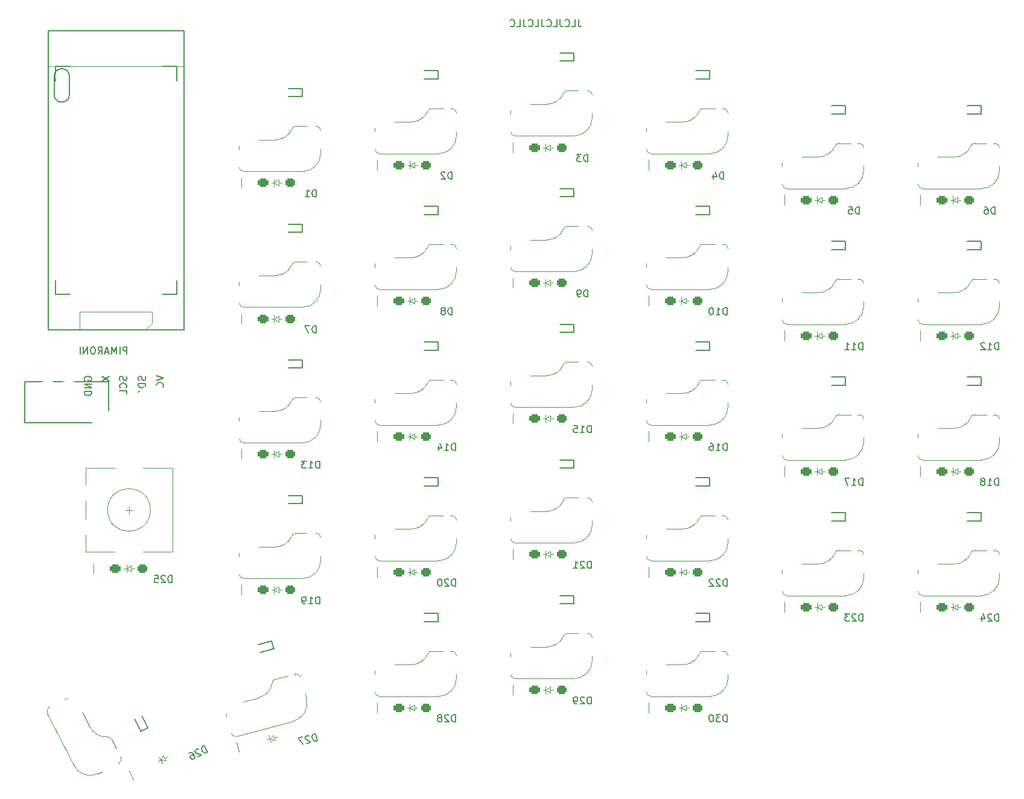
<source format=gbo>
G04 #@! TF.GenerationSoftware,KiCad,Pcbnew,(7.0.0-0)*
G04 #@! TF.CreationDate,2023-04-09T16:09:40-07:00*
G04 #@! TF.ProjectId,Sofle_Loud,536f666c-655f-44c6-9f75-642e6b696361,rev?*
G04 #@! TF.SameCoordinates,Original*
G04 #@! TF.FileFunction,Legend,Bot*
G04 #@! TF.FilePolarity,Positive*
%FSLAX46Y46*%
G04 Gerber Fmt 4.6, Leading zero omitted, Abs format (unit mm)*
G04 Created by KiCad (PCBNEW (7.0.0-0)) date 2023-04-09 16:09:40*
%MOMM*%
%LPD*%
G01*
G04 APERTURE LIST*
G04 Aperture macros list*
%AMRoundRect*
0 Rectangle with rounded corners*
0 $1 Rounding radius*
0 $2 $3 $4 $5 $6 $7 $8 $9 X,Y pos of 4 corners*
0 Add a 4 corners polygon primitive as box body*
4,1,4,$2,$3,$4,$5,$6,$7,$8,$9,$2,$3,0*
0 Add four circle primitives for the rounded corners*
1,1,$1+$1,$2,$3*
1,1,$1+$1,$4,$5*
1,1,$1+$1,$6,$7*
1,1,$1+$1,$8,$9*
0 Add four rect primitives between the rounded corners*
20,1,$1+$1,$2,$3,$4,$5,0*
20,1,$1+$1,$4,$5,$6,$7,0*
20,1,$1+$1,$6,$7,$8,$9,0*
20,1,$1+$1,$8,$9,$2,$3,0*%
%AMRotRect*
0 Rectangle, with rotation*
0 The origin of the aperture is its center*
0 $1 length*
0 $2 width*
0 $3 Rotation angle, in degrees counterclockwise*
0 Add horizontal line*
21,1,$1,$2,0,0,$3*%
%AMFreePoly0*
4,1,18,-0.744993,0.000000,-0.324890,0.420103,0.534941,0.420103,0.615324,0.404114,0.683470,0.358580,0.729004,0.290434,0.744993,0.210051,0.744993,-0.210051,0.729004,-0.290434,0.683470,-0.358580,0.615324,-0.404114,0.534941,-0.420103,-0.534941,-0.420103,-0.615324,-0.404114,-0.683470,-0.358580,-0.729004,-0.290434,-0.744993,-0.210051,-0.744993,0.000000,-0.744993,0.000000,$1*%
%AMFreePoly1*
4,1,13,-0.909987,0.210051,-0.893998,0.290434,-0.848464,0.358580,-0.780318,0.404114,-0.699935,0.420103,0.909987,0.420103,0.909987,-0.420103,-0.699935,-0.420103,-0.780318,-0.404114,-0.848464,-0.358580,-0.893998,-0.290434,-0.909987,-0.210051,-0.909987,0.210051,-0.909987,0.210051,$1*%
%AMFreePoly2*
4,1,13,-0.909987,0.212526,-0.893809,0.293856,-0.847740,0.362805,-0.778791,0.408874,-0.697461,0.425052,0.909987,0.425052,0.909987,-0.425052,-0.697461,-0.425052,-0.778791,-0.408874,-0.847740,-0.362805,-0.893809,-0.293856,-0.909987,-0.212526,-0.909987,0.212526,-0.909987,0.212526,$1*%
%AMFreePoly3*
4,1,17,-1.275000,1.012000,-1.255742,1.108819,-1.200898,1.190898,-1.118819,1.245742,-1.022000,1.265000,1.275000,1.265000,1.275000,-1.012000,1.255742,-1.108819,1.200898,-1.190898,1.118819,-1.245742,1.022000,-1.265000,-1.022000,-1.265000,-1.118819,-1.245742,-1.200898,-1.190898,-1.255742,-1.108819,-1.275000,-1.012000,-1.275000,1.012000,-1.275000,1.012000,$1*%
%AMFreePoly4*
4,1,18,-1.250000,1.010000,-1.230970,1.105671,-1.176777,1.186777,-1.095671,1.240970,-1.000000,1.260000,1.000000,1.260000,1.095671,1.240970,1.176777,1.186777,1.230970,1.105671,1.250000,1.010000,1.250000,-1.010000,1.230970,-1.105671,1.176777,-1.186777,1.095671,-1.240970,1.000000,-1.260000,-0.625000,-1.260000,-1.250000,-0.635000,-1.250000,1.010000,-1.250000,1.010000,$1*%
G04 Aperture macros list end*
%ADD10C,0.200000*%
%ADD11C,0.150000*%
%ADD12C,0.120000*%
%ADD13C,0.100000*%
%ADD14C,0.099999*%
%ADD15R,1.752600X1.752600*%
%ADD16C,1.752600*%
%ADD17C,1.524000*%
%ADD18C,1.200000*%
%ADD19O,4.000000X1.700000*%
%ADD20O,2.500000X1.700000*%
%ADD21C,4.700000*%
%ADD22C,1.750000*%
%ADD23C,3.000000*%
%ADD24FreePoly0,180.000000*%
%ADD25FreePoly1,180.000000*%
%ADD26R,1.379987X0.840206*%
%ADD27C,3.987800*%
%ADD28C,1.500000*%
%ADD29FreePoly1,0.000000*%
%ADD30FreePoly2,0.000000*%
%ADD31FreePoly3,180.000000*%
%ADD32FreePoly4,180.000000*%
%ADD33FreePoly0,117.000000*%
%ADD34FreePoly1,117.000000*%
%ADD35RotRect,1.379987X0.840206X117.000000*%
%ADD36FreePoly1,297.000000*%
%ADD37FreePoly2,297.000000*%
%ADD38FreePoly3,117.000000*%
%ADD39FreePoly4,117.000000*%
%ADD40C,1.397000*%
%ADD41C,2.000000*%
%ADD42R,3.200000X2.000000*%
%ADD43FreePoly0,195.000000*%
%ADD44FreePoly1,195.000000*%
%ADD45RotRect,1.379987X0.840206X195.000000*%
%ADD46FreePoly1,15.000000*%
%ADD47FreePoly2,15.000000*%
%ADD48FreePoly3,195.000000*%
%ADD49FreePoly4,195.000000*%
%ADD50R,1.700000X1.700000*%
%ADD51O,1.700000X1.700000*%
%ADD52C,2.600000*%
%ADD53C,0.500000*%
%ADD54R,2.311400X1.955800*%
%ADD55C,1.600000*%
%ADD56O,1.600000X1.600000*%
%ADD57R,3.120000X2.795000*%
%ADD58C,6.000000*%
%ADD59R,2.000000X1.905000*%
%ADD60O,2.000000X1.905000*%
%ADD61R,1.400000X1.400000*%
%ADD62RoundRect,0.300000X-0.450000X-0.300000X0.450000X-0.300000X0.450000X0.300000X-0.450000X0.300000X0*%
%ADD63RoundRect,0.300000X-0.400000X-0.300000X0.400000X-0.300000X0.400000X0.300000X-0.400000X0.300000X0*%
%ADD64C,1.400000*%
%ADD65RotRect,1.400000X1.400000X27.000000*%
%ADD66RoundRect,0.300000X-0.264756X-0.471598X0.537150X-0.063006X0.264756X0.471598X-0.537150X0.063006X0*%
%ADD67RoundRect,0.300000X-0.220205X-0.448898X0.492600X-0.085706X0.220205X0.448898X-0.492600X0.085706X0*%
%ADD68RotRect,1.400000X1.400000X15.000000*%
%ADD69RoundRect,0.300000X-0.357021X-0.406246X0.512312X-0.173309X0.357021X0.406246X-0.512312X0.173309X0*%
%ADD70RoundRect,0.300000X-0.308725X-0.393305X0.464016X-0.186250X0.308725X0.393305X-0.464016X0.186250X0*%
G04 APERTURE END LIST*
D10*
X163069048Y-35652380D02*
X163069048Y-36366666D01*
X163069048Y-36366666D02*
X163116667Y-36509523D01*
X163116667Y-36509523D02*
X163211905Y-36604761D01*
X163211905Y-36604761D02*
X163354762Y-36652380D01*
X163354762Y-36652380D02*
X163450000Y-36652380D01*
X162116667Y-36652380D02*
X162592857Y-36652380D01*
X162592857Y-36652380D02*
X162592857Y-35652380D01*
X161211905Y-36557142D02*
X161259524Y-36604761D01*
X161259524Y-36604761D02*
X161402381Y-36652380D01*
X161402381Y-36652380D02*
X161497619Y-36652380D01*
X161497619Y-36652380D02*
X161640476Y-36604761D01*
X161640476Y-36604761D02*
X161735714Y-36509523D01*
X161735714Y-36509523D02*
X161783333Y-36414285D01*
X161783333Y-36414285D02*
X161830952Y-36223809D01*
X161830952Y-36223809D02*
X161830952Y-36080952D01*
X161830952Y-36080952D02*
X161783333Y-35890476D01*
X161783333Y-35890476D02*
X161735714Y-35795238D01*
X161735714Y-35795238D02*
X161640476Y-35700000D01*
X161640476Y-35700000D02*
X161497619Y-35652380D01*
X161497619Y-35652380D02*
X161402381Y-35652380D01*
X161402381Y-35652380D02*
X161259524Y-35700000D01*
X161259524Y-35700000D02*
X161211905Y-35747619D01*
X160497619Y-35652380D02*
X160497619Y-36366666D01*
X160497619Y-36366666D02*
X160545238Y-36509523D01*
X160545238Y-36509523D02*
X160640476Y-36604761D01*
X160640476Y-36604761D02*
X160783333Y-36652380D01*
X160783333Y-36652380D02*
X160878571Y-36652380D01*
X159545238Y-36652380D02*
X160021428Y-36652380D01*
X160021428Y-36652380D02*
X160021428Y-35652380D01*
X158640476Y-36557142D02*
X158688095Y-36604761D01*
X158688095Y-36604761D02*
X158830952Y-36652380D01*
X158830952Y-36652380D02*
X158926190Y-36652380D01*
X158926190Y-36652380D02*
X159069047Y-36604761D01*
X159069047Y-36604761D02*
X159164285Y-36509523D01*
X159164285Y-36509523D02*
X159211904Y-36414285D01*
X159211904Y-36414285D02*
X159259523Y-36223809D01*
X159259523Y-36223809D02*
X159259523Y-36080952D01*
X159259523Y-36080952D02*
X159211904Y-35890476D01*
X159211904Y-35890476D02*
X159164285Y-35795238D01*
X159164285Y-35795238D02*
X159069047Y-35700000D01*
X159069047Y-35700000D02*
X158926190Y-35652380D01*
X158926190Y-35652380D02*
X158830952Y-35652380D01*
X158830952Y-35652380D02*
X158688095Y-35700000D01*
X158688095Y-35700000D02*
X158640476Y-35747619D01*
X157926190Y-35652380D02*
X157926190Y-36366666D01*
X157926190Y-36366666D02*
X157973809Y-36509523D01*
X157973809Y-36509523D02*
X158069047Y-36604761D01*
X158069047Y-36604761D02*
X158211904Y-36652380D01*
X158211904Y-36652380D02*
X158307142Y-36652380D01*
X156973809Y-36652380D02*
X157449999Y-36652380D01*
X157449999Y-36652380D02*
X157449999Y-35652380D01*
X156069047Y-36557142D02*
X156116666Y-36604761D01*
X156116666Y-36604761D02*
X156259523Y-36652380D01*
X156259523Y-36652380D02*
X156354761Y-36652380D01*
X156354761Y-36652380D02*
X156497618Y-36604761D01*
X156497618Y-36604761D02*
X156592856Y-36509523D01*
X156592856Y-36509523D02*
X156640475Y-36414285D01*
X156640475Y-36414285D02*
X156688094Y-36223809D01*
X156688094Y-36223809D02*
X156688094Y-36080952D01*
X156688094Y-36080952D02*
X156640475Y-35890476D01*
X156640475Y-35890476D02*
X156592856Y-35795238D01*
X156592856Y-35795238D02*
X156497618Y-35700000D01*
X156497618Y-35700000D02*
X156354761Y-35652380D01*
X156354761Y-35652380D02*
X156259523Y-35652380D01*
X156259523Y-35652380D02*
X156116666Y-35700000D01*
X156116666Y-35700000D02*
X156069047Y-35747619D01*
X155354761Y-35652380D02*
X155354761Y-36366666D01*
X155354761Y-36366666D02*
X155402380Y-36509523D01*
X155402380Y-36509523D02*
X155497618Y-36604761D01*
X155497618Y-36604761D02*
X155640475Y-36652380D01*
X155640475Y-36652380D02*
X155735713Y-36652380D01*
X154402380Y-36652380D02*
X154878570Y-36652380D01*
X154878570Y-36652380D02*
X154878570Y-35652380D01*
X153497618Y-36557142D02*
X153545237Y-36604761D01*
X153545237Y-36604761D02*
X153688094Y-36652380D01*
X153688094Y-36652380D02*
X153783332Y-36652380D01*
X153783332Y-36652380D02*
X153926189Y-36604761D01*
X153926189Y-36604761D02*
X154021427Y-36509523D01*
X154021427Y-36509523D02*
X154069046Y-36414285D01*
X154069046Y-36414285D02*
X154116665Y-36223809D01*
X154116665Y-36223809D02*
X154116665Y-36080952D01*
X154116665Y-36080952D02*
X154069046Y-35890476D01*
X154069046Y-35890476D02*
X154021427Y-35795238D01*
X154021427Y-35795238D02*
X153926189Y-35700000D01*
X153926189Y-35700000D02*
X153783332Y-35652380D01*
X153783332Y-35652380D02*
X153688094Y-35652380D01*
X153688094Y-35652380D02*
X153545237Y-35700000D01*
X153545237Y-35700000D02*
X153497618Y-35747619D01*
D11*
X99634997Y-85756667D02*
X99682616Y-85899524D01*
X99682616Y-85899524D02*
X99682616Y-86137619D01*
X99682616Y-86137619D02*
X99634997Y-86232857D01*
X99634997Y-86232857D02*
X99587378Y-86280476D01*
X99587378Y-86280476D02*
X99492140Y-86328095D01*
X99492140Y-86328095D02*
X99396902Y-86328095D01*
X99396902Y-86328095D02*
X99301664Y-86280476D01*
X99301664Y-86280476D02*
X99254045Y-86232857D01*
X99254045Y-86232857D02*
X99206426Y-86137619D01*
X99206426Y-86137619D02*
X99158807Y-85947143D01*
X99158807Y-85947143D02*
X99111188Y-85851905D01*
X99111188Y-85851905D02*
X99063569Y-85804286D01*
X99063569Y-85804286D02*
X98968331Y-85756667D01*
X98968331Y-85756667D02*
X98873093Y-85756667D01*
X98873093Y-85756667D02*
X98777855Y-85804286D01*
X98777855Y-85804286D02*
X98730236Y-85851905D01*
X98730236Y-85851905D02*
X98682616Y-85947143D01*
X98682616Y-85947143D02*
X98682616Y-86185238D01*
X98682616Y-86185238D02*
X98730236Y-86328095D01*
X99587378Y-87328095D02*
X99634997Y-87280476D01*
X99634997Y-87280476D02*
X99682616Y-87137619D01*
X99682616Y-87137619D02*
X99682616Y-87042381D01*
X99682616Y-87042381D02*
X99634997Y-86899524D01*
X99634997Y-86899524D02*
X99539759Y-86804286D01*
X99539759Y-86804286D02*
X99444521Y-86756667D01*
X99444521Y-86756667D02*
X99254045Y-86709048D01*
X99254045Y-86709048D02*
X99111188Y-86709048D01*
X99111188Y-86709048D02*
X98920712Y-86756667D01*
X98920712Y-86756667D02*
X98825474Y-86804286D01*
X98825474Y-86804286D02*
X98730236Y-86899524D01*
X98730236Y-86899524D02*
X98682616Y-87042381D01*
X98682616Y-87042381D02*
X98682616Y-87137619D01*
X98682616Y-87137619D02*
X98730236Y-87280476D01*
X98730236Y-87280476D02*
X98777855Y-87328095D01*
X99682616Y-88232857D02*
X99682616Y-87756667D01*
X99682616Y-87756667D02*
X98682616Y-87756667D01*
X93780236Y-86328095D02*
X93732616Y-86232857D01*
X93732616Y-86232857D02*
X93732616Y-86090000D01*
X93732616Y-86090000D02*
X93780236Y-85947143D01*
X93780236Y-85947143D02*
X93875474Y-85851905D01*
X93875474Y-85851905D02*
X93970712Y-85804286D01*
X93970712Y-85804286D02*
X94161188Y-85756667D01*
X94161188Y-85756667D02*
X94304045Y-85756667D01*
X94304045Y-85756667D02*
X94494521Y-85804286D01*
X94494521Y-85804286D02*
X94589759Y-85851905D01*
X94589759Y-85851905D02*
X94684997Y-85947143D01*
X94684997Y-85947143D02*
X94732616Y-86090000D01*
X94732616Y-86090000D02*
X94732616Y-86185238D01*
X94732616Y-86185238D02*
X94684997Y-86328095D01*
X94684997Y-86328095D02*
X94637378Y-86375714D01*
X94637378Y-86375714D02*
X94304045Y-86375714D01*
X94304045Y-86375714D02*
X94304045Y-86185238D01*
X94732616Y-86804286D02*
X93732616Y-86804286D01*
X93732616Y-86804286D02*
X94732616Y-87375714D01*
X94732616Y-87375714D02*
X93732616Y-87375714D01*
X94732616Y-87851905D02*
X93732616Y-87851905D01*
X93732616Y-87851905D02*
X93732616Y-88090000D01*
X93732616Y-88090000D02*
X93780236Y-88232857D01*
X93780236Y-88232857D02*
X93875474Y-88328095D01*
X93875474Y-88328095D02*
X93970712Y-88375714D01*
X93970712Y-88375714D02*
X94161188Y-88423333D01*
X94161188Y-88423333D02*
X94304045Y-88423333D01*
X94304045Y-88423333D02*
X94494521Y-88375714D01*
X94494521Y-88375714D02*
X94589759Y-88328095D01*
X94589759Y-88328095D02*
X94684997Y-88232857D01*
X94684997Y-88232857D02*
X94732616Y-88090000D01*
X94732616Y-88090000D02*
X94732616Y-87851905D01*
X103832616Y-85661429D02*
X104832616Y-85994762D01*
X104832616Y-85994762D02*
X103832616Y-86328095D01*
X104737378Y-87232857D02*
X104784997Y-87185238D01*
X104784997Y-87185238D02*
X104832616Y-87042381D01*
X104832616Y-87042381D02*
X104832616Y-86947143D01*
X104832616Y-86947143D02*
X104784997Y-86804286D01*
X104784997Y-86804286D02*
X104689759Y-86709048D01*
X104689759Y-86709048D02*
X104594521Y-86661429D01*
X104594521Y-86661429D02*
X104404045Y-86613810D01*
X104404045Y-86613810D02*
X104261188Y-86613810D01*
X104261188Y-86613810D02*
X104070712Y-86661429D01*
X104070712Y-86661429D02*
X103975474Y-86709048D01*
X103975474Y-86709048D02*
X103880236Y-86804286D01*
X103880236Y-86804286D02*
X103832616Y-86947143D01*
X103832616Y-86947143D02*
X103832616Y-87042381D01*
X103832616Y-87042381D02*
X103880236Y-87185238D01*
X103880236Y-87185238D02*
X103927855Y-87232857D01*
X104737378Y-88232857D02*
X104784997Y-88185238D01*
X104784997Y-88185238D02*
X104832616Y-88042381D01*
X104832616Y-88042381D02*
X104832616Y-87947143D01*
X104832616Y-87947143D02*
X104784997Y-87804286D01*
X104784997Y-87804286D02*
X104689759Y-87709048D01*
X104689759Y-87709048D02*
X104594521Y-87661429D01*
X104594521Y-87661429D02*
X104404045Y-87613810D01*
X104404045Y-87613810D02*
X104261188Y-87613810D01*
X104261188Y-87613810D02*
X104070712Y-87661429D01*
X104070712Y-87661429D02*
X103975474Y-87709048D01*
X103975474Y-87709048D02*
X103880236Y-87804286D01*
X103880236Y-87804286D02*
X103832616Y-87947143D01*
X103832616Y-87947143D02*
X103832616Y-88042381D01*
X103832616Y-88042381D02*
X103880236Y-88185238D01*
X103880236Y-88185238D02*
X103927855Y-88232857D01*
X96242616Y-85746667D02*
X97242616Y-86413333D01*
X96242616Y-86413333D02*
X97242616Y-85746667D01*
X102264997Y-85756667D02*
X102312616Y-85899524D01*
X102312616Y-85899524D02*
X102312616Y-86137619D01*
X102312616Y-86137619D02*
X102264997Y-86232857D01*
X102264997Y-86232857D02*
X102217378Y-86280476D01*
X102217378Y-86280476D02*
X102122140Y-86328095D01*
X102122140Y-86328095D02*
X102026902Y-86328095D01*
X102026902Y-86328095D02*
X101931664Y-86280476D01*
X101931664Y-86280476D02*
X101884045Y-86232857D01*
X101884045Y-86232857D02*
X101836426Y-86137619D01*
X101836426Y-86137619D02*
X101788807Y-85947143D01*
X101788807Y-85947143D02*
X101741188Y-85851905D01*
X101741188Y-85851905D02*
X101693569Y-85804286D01*
X101693569Y-85804286D02*
X101598331Y-85756667D01*
X101598331Y-85756667D02*
X101503093Y-85756667D01*
X101503093Y-85756667D02*
X101407855Y-85804286D01*
X101407855Y-85804286D02*
X101360236Y-85851905D01*
X101360236Y-85851905D02*
X101312616Y-85947143D01*
X101312616Y-85947143D02*
X101312616Y-86185238D01*
X101312616Y-86185238D02*
X101360236Y-86328095D01*
X102312616Y-86756667D02*
X101312616Y-86756667D01*
X101312616Y-86756667D02*
X101312616Y-86994762D01*
X101312616Y-86994762D02*
X101360236Y-87137619D01*
X101360236Y-87137619D02*
X101455474Y-87232857D01*
X101455474Y-87232857D02*
X101550712Y-87280476D01*
X101550712Y-87280476D02*
X101741188Y-87328095D01*
X101741188Y-87328095D02*
X101884045Y-87328095D01*
X101884045Y-87328095D02*
X102074521Y-87280476D01*
X102074521Y-87280476D02*
X102169759Y-87232857D01*
X102169759Y-87232857D02*
X102264997Y-87137619D01*
X102264997Y-87137619D02*
X102312616Y-86994762D01*
X102312616Y-86994762D02*
X102312616Y-86756667D01*
X102026902Y-87709048D02*
X102026902Y-88185238D01*
X102312616Y-87613810D02*
X101312616Y-87947143D01*
X101312616Y-87947143D02*
X102312616Y-88280476D01*
X99710949Y-82617380D02*
X99710949Y-81617380D01*
X99710949Y-81617380D02*
X99329997Y-81617380D01*
X99329997Y-81617380D02*
X99234759Y-81665000D01*
X99234759Y-81665000D02*
X99187140Y-81712619D01*
X99187140Y-81712619D02*
X99139521Y-81807857D01*
X99139521Y-81807857D02*
X99139521Y-81950714D01*
X99139521Y-81950714D02*
X99187140Y-82045952D01*
X99187140Y-82045952D02*
X99234759Y-82093571D01*
X99234759Y-82093571D02*
X99329997Y-82141190D01*
X99329997Y-82141190D02*
X99710949Y-82141190D01*
X98710949Y-82617380D02*
X98710949Y-81617380D01*
X98234759Y-82617380D02*
X98234759Y-81617380D01*
X98234759Y-81617380D02*
X97901426Y-82331666D01*
X97901426Y-82331666D02*
X97568093Y-81617380D01*
X97568093Y-81617380D02*
X97568093Y-82617380D01*
X97139521Y-82331666D02*
X96663331Y-82331666D01*
X97234759Y-82617380D02*
X96901426Y-81617380D01*
X96901426Y-81617380D02*
X96568093Y-82617380D01*
X95663331Y-82617380D02*
X95996664Y-82141190D01*
X96234759Y-82617380D02*
X96234759Y-81617380D01*
X96234759Y-81617380D02*
X95853807Y-81617380D01*
X95853807Y-81617380D02*
X95758569Y-81665000D01*
X95758569Y-81665000D02*
X95710950Y-81712619D01*
X95710950Y-81712619D02*
X95663331Y-81807857D01*
X95663331Y-81807857D02*
X95663331Y-81950714D01*
X95663331Y-81950714D02*
X95710950Y-82045952D01*
X95710950Y-82045952D02*
X95758569Y-82093571D01*
X95758569Y-82093571D02*
X95853807Y-82141190D01*
X95853807Y-82141190D02*
X96234759Y-82141190D01*
X95044283Y-81617380D02*
X94853807Y-81617380D01*
X94853807Y-81617380D02*
X94758569Y-81665000D01*
X94758569Y-81665000D02*
X94663331Y-81760238D01*
X94663331Y-81760238D02*
X94615712Y-81950714D01*
X94615712Y-81950714D02*
X94615712Y-82284047D01*
X94615712Y-82284047D02*
X94663331Y-82474523D01*
X94663331Y-82474523D02*
X94758569Y-82569761D01*
X94758569Y-82569761D02*
X94853807Y-82617380D01*
X94853807Y-82617380D02*
X95044283Y-82617380D01*
X95044283Y-82617380D02*
X95139521Y-82569761D01*
X95139521Y-82569761D02*
X95234759Y-82474523D01*
X95234759Y-82474523D02*
X95282378Y-82284047D01*
X95282378Y-82284047D02*
X95282378Y-81950714D01*
X95282378Y-81950714D02*
X95234759Y-81760238D01*
X95234759Y-81760238D02*
X95139521Y-81665000D01*
X95139521Y-81665000D02*
X95044283Y-81617380D01*
X94187140Y-82617380D02*
X94187140Y-81617380D01*
X94187140Y-81617380D02*
X93615712Y-82617380D01*
X93615712Y-82617380D02*
X93615712Y-81617380D01*
X93139521Y-82617380D02*
X93139521Y-81617380D01*
X126268094Y-60542380D02*
X126268094Y-59542380D01*
X126268094Y-59542380D02*
X126029999Y-59542380D01*
X126029999Y-59542380D02*
X125887142Y-59590000D01*
X125887142Y-59590000D02*
X125791904Y-59685238D01*
X125791904Y-59685238D02*
X125744285Y-59780476D01*
X125744285Y-59780476D02*
X125696666Y-59970952D01*
X125696666Y-59970952D02*
X125696666Y-60113809D01*
X125696666Y-60113809D02*
X125744285Y-60304285D01*
X125744285Y-60304285D02*
X125791904Y-60399523D01*
X125791904Y-60399523D02*
X125887142Y-60494761D01*
X125887142Y-60494761D02*
X126029999Y-60542380D01*
X126029999Y-60542380D02*
X126268094Y-60542380D01*
X124744285Y-60542380D02*
X125315713Y-60542380D01*
X125029999Y-60542380D02*
X125029999Y-59542380D01*
X125029999Y-59542380D02*
X125125237Y-59685238D01*
X125125237Y-59685238D02*
X125220475Y-59780476D01*
X125220475Y-59780476D02*
X125315713Y-59828095D01*
X145318094Y-58042380D02*
X145318094Y-57042380D01*
X145318094Y-57042380D02*
X145079999Y-57042380D01*
X145079999Y-57042380D02*
X144937142Y-57090000D01*
X144937142Y-57090000D02*
X144841904Y-57185238D01*
X144841904Y-57185238D02*
X144794285Y-57280476D01*
X144794285Y-57280476D02*
X144746666Y-57470952D01*
X144746666Y-57470952D02*
X144746666Y-57613809D01*
X144746666Y-57613809D02*
X144794285Y-57804285D01*
X144794285Y-57804285D02*
X144841904Y-57899523D01*
X144841904Y-57899523D02*
X144937142Y-57994761D01*
X144937142Y-57994761D02*
X145079999Y-58042380D01*
X145079999Y-58042380D02*
X145318094Y-58042380D01*
X144365713Y-57137619D02*
X144318094Y-57090000D01*
X144318094Y-57090000D02*
X144222856Y-57042380D01*
X144222856Y-57042380D02*
X143984761Y-57042380D01*
X143984761Y-57042380D02*
X143889523Y-57090000D01*
X143889523Y-57090000D02*
X143841904Y-57137619D01*
X143841904Y-57137619D02*
X143794285Y-57232857D01*
X143794285Y-57232857D02*
X143794285Y-57328095D01*
X143794285Y-57328095D02*
X143841904Y-57470952D01*
X143841904Y-57470952D02*
X144413332Y-58042380D01*
X144413332Y-58042380D02*
X143794285Y-58042380D01*
X164368094Y-55577380D02*
X164368094Y-54577380D01*
X164368094Y-54577380D02*
X164129999Y-54577380D01*
X164129999Y-54577380D02*
X163987142Y-54625000D01*
X163987142Y-54625000D02*
X163891904Y-54720238D01*
X163891904Y-54720238D02*
X163844285Y-54815476D01*
X163844285Y-54815476D02*
X163796666Y-55005952D01*
X163796666Y-55005952D02*
X163796666Y-55148809D01*
X163796666Y-55148809D02*
X163844285Y-55339285D01*
X163844285Y-55339285D02*
X163891904Y-55434523D01*
X163891904Y-55434523D02*
X163987142Y-55529761D01*
X163987142Y-55529761D02*
X164129999Y-55577380D01*
X164129999Y-55577380D02*
X164368094Y-55577380D01*
X163463332Y-54577380D02*
X162844285Y-54577380D01*
X162844285Y-54577380D02*
X163177618Y-54958333D01*
X163177618Y-54958333D02*
X163034761Y-54958333D01*
X163034761Y-54958333D02*
X162939523Y-55005952D01*
X162939523Y-55005952D02*
X162891904Y-55053571D01*
X162891904Y-55053571D02*
X162844285Y-55148809D01*
X162844285Y-55148809D02*
X162844285Y-55386904D01*
X162844285Y-55386904D02*
X162891904Y-55482142D01*
X162891904Y-55482142D02*
X162939523Y-55529761D01*
X162939523Y-55529761D02*
X163034761Y-55577380D01*
X163034761Y-55577380D02*
X163320475Y-55577380D01*
X163320475Y-55577380D02*
X163415713Y-55529761D01*
X163415713Y-55529761D02*
X163463332Y-55482142D01*
X183418094Y-58042380D02*
X183418094Y-57042380D01*
X183418094Y-57042380D02*
X183179999Y-57042380D01*
X183179999Y-57042380D02*
X183037142Y-57090000D01*
X183037142Y-57090000D02*
X182941904Y-57185238D01*
X182941904Y-57185238D02*
X182894285Y-57280476D01*
X182894285Y-57280476D02*
X182846666Y-57470952D01*
X182846666Y-57470952D02*
X182846666Y-57613809D01*
X182846666Y-57613809D02*
X182894285Y-57804285D01*
X182894285Y-57804285D02*
X182941904Y-57899523D01*
X182941904Y-57899523D02*
X183037142Y-57994761D01*
X183037142Y-57994761D02*
X183179999Y-58042380D01*
X183179999Y-58042380D02*
X183418094Y-58042380D01*
X181989523Y-57375714D02*
X181989523Y-58042380D01*
X182227618Y-56994761D02*
X182465713Y-57709047D01*
X182465713Y-57709047D02*
X181846666Y-57709047D01*
X202468094Y-62942380D02*
X202468094Y-61942380D01*
X202468094Y-61942380D02*
X202229999Y-61942380D01*
X202229999Y-61942380D02*
X202087142Y-61990000D01*
X202087142Y-61990000D02*
X201991904Y-62085238D01*
X201991904Y-62085238D02*
X201944285Y-62180476D01*
X201944285Y-62180476D02*
X201896666Y-62370952D01*
X201896666Y-62370952D02*
X201896666Y-62513809D01*
X201896666Y-62513809D02*
X201944285Y-62704285D01*
X201944285Y-62704285D02*
X201991904Y-62799523D01*
X201991904Y-62799523D02*
X202087142Y-62894761D01*
X202087142Y-62894761D02*
X202229999Y-62942380D01*
X202229999Y-62942380D02*
X202468094Y-62942380D01*
X200991904Y-61942380D02*
X201468094Y-61942380D01*
X201468094Y-61942380D02*
X201515713Y-62418571D01*
X201515713Y-62418571D02*
X201468094Y-62370952D01*
X201468094Y-62370952D02*
X201372856Y-62323333D01*
X201372856Y-62323333D02*
X201134761Y-62323333D01*
X201134761Y-62323333D02*
X201039523Y-62370952D01*
X201039523Y-62370952D02*
X200991904Y-62418571D01*
X200991904Y-62418571D02*
X200944285Y-62513809D01*
X200944285Y-62513809D02*
X200944285Y-62751904D01*
X200944285Y-62751904D02*
X200991904Y-62847142D01*
X200991904Y-62847142D02*
X201039523Y-62894761D01*
X201039523Y-62894761D02*
X201134761Y-62942380D01*
X201134761Y-62942380D02*
X201372856Y-62942380D01*
X201372856Y-62942380D02*
X201468094Y-62894761D01*
X201468094Y-62894761D02*
X201515713Y-62847142D01*
X221518094Y-62942380D02*
X221518094Y-61942380D01*
X221518094Y-61942380D02*
X221279999Y-61942380D01*
X221279999Y-61942380D02*
X221137142Y-61990000D01*
X221137142Y-61990000D02*
X221041904Y-62085238D01*
X221041904Y-62085238D02*
X220994285Y-62180476D01*
X220994285Y-62180476D02*
X220946666Y-62370952D01*
X220946666Y-62370952D02*
X220946666Y-62513809D01*
X220946666Y-62513809D02*
X220994285Y-62704285D01*
X220994285Y-62704285D02*
X221041904Y-62799523D01*
X221041904Y-62799523D02*
X221137142Y-62894761D01*
X221137142Y-62894761D02*
X221279999Y-62942380D01*
X221279999Y-62942380D02*
X221518094Y-62942380D01*
X220089523Y-61942380D02*
X220279999Y-61942380D01*
X220279999Y-61942380D02*
X220375237Y-61990000D01*
X220375237Y-61990000D02*
X220422856Y-62037619D01*
X220422856Y-62037619D02*
X220518094Y-62180476D01*
X220518094Y-62180476D02*
X220565713Y-62370952D01*
X220565713Y-62370952D02*
X220565713Y-62751904D01*
X220565713Y-62751904D02*
X220518094Y-62847142D01*
X220518094Y-62847142D02*
X220470475Y-62894761D01*
X220470475Y-62894761D02*
X220375237Y-62942380D01*
X220375237Y-62942380D02*
X220184761Y-62942380D01*
X220184761Y-62942380D02*
X220089523Y-62894761D01*
X220089523Y-62894761D02*
X220041904Y-62847142D01*
X220041904Y-62847142D02*
X219994285Y-62751904D01*
X219994285Y-62751904D02*
X219994285Y-62513809D01*
X219994285Y-62513809D02*
X220041904Y-62418571D01*
X220041904Y-62418571D02*
X220089523Y-62370952D01*
X220089523Y-62370952D02*
X220184761Y-62323333D01*
X220184761Y-62323333D02*
X220375237Y-62323333D01*
X220375237Y-62323333D02*
X220470475Y-62370952D01*
X220470475Y-62370952D02*
X220518094Y-62418571D01*
X220518094Y-62418571D02*
X220565713Y-62513809D01*
X126744285Y-98642380D02*
X126744285Y-97642380D01*
X126744285Y-97642380D02*
X126506190Y-97642380D01*
X126506190Y-97642380D02*
X126363333Y-97690000D01*
X126363333Y-97690000D02*
X126268095Y-97785238D01*
X126268095Y-97785238D02*
X126220476Y-97880476D01*
X126220476Y-97880476D02*
X126172857Y-98070952D01*
X126172857Y-98070952D02*
X126172857Y-98213809D01*
X126172857Y-98213809D02*
X126220476Y-98404285D01*
X126220476Y-98404285D02*
X126268095Y-98499523D01*
X126268095Y-98499523D02*
X126363333Y-98594761D01*
X126363333Y-98594761D02*
X126506190Y-98642380D01*
X126506190Y-98642380D02*
X126744285Y-98642380D01*
X125220476Y-98642380D02*
X125791904Y-98642380D01*
X125506190Y-98642380D02*
X125506190Y-97642380D01*
X125506190Y-97642380D02*
X125601428Y-97785238D01*
X125601428Y-97785238D02*
X125696666Y-97880476D01*
X125696666Y-97880476D02*
X125791904Y-97928095D01*
X124887142Y-97642380D02*
X124268095Y-97642380D01*
X124268095Y-97642380D02*
X124601428Y-98023333D01*
X124601428Y-98023333D02*
X124458571Y-98023333D01*
X124458571Y-98023333D02*
X124363333Y-98070952D01*
X124363333Y-98070952D02*
X124315714Y-98118571D01*
X124315714Y-98118571D02*
X124268095Y-98213809D01*
X124268095Y-98213809D02*
X124268095Y-98451904D01*
X124268095Y-98451904D02*
X124315714Y-98547142D01*
X124315714Y-98547142D02*
X124363333Y-98594761D01*
X124363333Y-98594761D02*
X124458571Y-98642380D01*
X124458571Y-98642380D02*
X124744285Y-98642380D01*
X124744285Y-98642380D02*
X124839523Y-98594761D01*
X124839523Y-98594761D02*
X124887142Y-98547142D01*
X126744285Y-117692380D02*
X126744285Y-116692380D01*
X126744285Y-116692380D02*
X126506190Y-116692380D01*
X126506190Y-116692380D02*
X126363333Y-116740000D01*
X126363333Y-116740000D02*
X126268095Y-116835238D01*
X126268095Y-116835238D02*
X126220476Y-116930476D01*
X126220476Y-116930476D02*
X126172857Y-117120952D01*
X126172857Y-117120952D02*
X126172857Y-117263809D01*
X126172857Y-117263809D02*
X126220476Y-117454285D01*
X126220476Y-117454285D02*
X126268095Y-117549523D01*
X126268095Y-117549523D02*
X126363333Y-117644761D01*
X126363333Y-117644761D02*
X126506190Y-117692380D01*
X126506190Y-117692380D02*
X126744285Y-117692380D01*
X125220476Y-117692380D02*
X125791904Y-117692380D01*
X125506190Y-117692380D02*
X125506190Y-116692380D01*
X125506190Y-116692380D02*
X125601428Y-116835238D01*
X125601428Y-116835238D02*
X125696666Y-116930476D01*
X125696666Y-116930476D02*
X125791904Y-116978095D01*
X124744285Y-117692380D02*
X124553809Y-117692380D01*
X124553809Y-117692380D02*
X124458571Y-117644761D01*
X124458571Y-117644761D02*
X124410952Y-117597142D01*
X124410952Y-117597142D02*
X124315714Y-117454285D01*
X124315714Y-117454285D02*
X124268095Y-117263809D01*
X124268095Y-117263809D02*
X124268095Y-116882857D01*
X124268095Y-116882857D02*
X124315714Y-116787619D01*
X124315714Y-116787619D02*
X124363333Y-116740000D01*
X124363333Y-116740000D02*
X124458571Y-116692380D01*
X124458571Y-116692380D02*
X124649047Y-116692380D01*
X124649047Y-116692380D02*
X124744285Y-116740000D01*
X124744285Y-116740000D02*
X124791904Y-116787619D01*
X124791904Y-116787619D02*
X124839523Y-116882857D01*
X124839523Y-116882857D02*
X124839523Y-117120952D01*
X124839523Y-117120952D02*
X124791904Y-117216190D01*
X124791904Y-117216190D02*
X124744285Y-117263809D01*
X124744285Y-117263809D02*
X124649047Y-117311428D01*
X124649047Y-117311428D02*
X124458571Y-117311428D01*
X124458571Y-117311428D02*
X124363333Y-117263809D01*
X124363333Y-117263809D02*
X124315714Y-117216190D01*
X124315714Y-117216190D02*
X124268095Y-117120952D01*
X106014285Y-114707380D02*
X106014285Y-113707380D01*
X106014285Y-113707380D02*
X105776190Y-113707380D01*
X105776190Y-113707380D02*
X105633333Y-113755000D01*
X105633333Y-113755000D02*
X105538095Y-113850238D01*
X105538095Y-113850238D02*
X105490476Y-113945476D01*
X105490476Y-113945476D02*
X105442857Y-114135952D01*
X105442857Y-114135952D02*
X105442857Y-114278809D01*
X105442857Y-114278809D02*
X105490476Y-114469285D01*
X105490476Y-114469285D02*
X105538095Y-114564523D01*
X105538095Y-114564523D02*
X105633333Y-114659761D01*
X105633333Y-114659761D02*
X105776190Y-114707380D01*
X105776190Y-114707380D02*
X106014285Y-114707380D01*
X105061904Y-113802619D02*
X105014285Y-113755000D01*
X105014285Y-113755000D02*
X104919047Y-113707380D01*
X104919047Y-113707380D02*
X104680952Y-113707380D01*
X104680952Y-113707380D02*
X104585714Y-113755000D01*
X104585714Y-113755000D02*
X104538095Y-113802619D01*
X104538095Y-113802619D02*
X104490476Y-113897857D01*
X104490476Y-113897857D02*
X104490476Y-113993095D01*
X104490476Y-113993095D02*
X104538095Y-114135952D01*
X104538095Y-114135952D02*
X105109523Y-114707380D01*
X105109523Y-114707380D02*
X104490476Y-114707380D01*
X103585714Y-113707380D02*
X104061904Y-113707380D01*
X104061904Y-113707380D02*
X104109523Y-114183571D01*
X104109523Y-114183571D02*
X104061904Y-114135952D01*
X104061904Y-114135952D02*
X103966666Y-114088333D01*
X103966666Y-114088333D02*
X103728571Y-114088333D01*
X103728571Y-114088333D02*
X103633333Y-114135952D01*
X103633333Y-114135952D02*
X103585714Y-114183571D01*
X103585714Y-114183571D02*
X103538095Y-114278809D01*
X103538095Y-114278809D02*
X103538095Y-114516904D01*
X103538095Y-114516904D02*
X103585714Y-114612142D01*
X103585714Y-114612142D02*
X103633333Y-114659761D01*
X103633333Y-114659761D02*
X103728571Y-114707380D01*
X103728571Y-114707380D02*
X103966666Y-114707380D01*
X103966666Y-114707380D02*
X104061904Y-114659761D01*
X104061904Y-114659761D02*
X104109523Y-114612142D01*
X111009027Y-138485102D02*
X110555037Y-137594096D01*
X110555037Y-137594096D02*
X110342893Y-137702189D01*
X110342893Y-137702189D02*
X110237225Y-137809473D01*
X110237225Y-137809473D02*
X110195604Y-137937568D01*
X110195604Y-137937568D02*
X110196412Y-138044045D01*
X110196412Y-138044045D02*
X110240458Y-138235379D01*
X110240458Y-138235379D02*
X110305314Y-138362665D01*
X110305314Y-138362665D02*
X110434217Y-138510762D01*
X110434217Y-138510762D02*
X110519883Y-138574001D01*
X110519883Y-138574001D02*
X110647978Y-138615622D01*
X110647978Y-138615622D02*
X110796883Y-138593195D01*
X110796883Y-138593195D02*
X111009027Y-138485102D01*
X109749697Y-138111325D02*
X109685649Y-138090515D01*
X109685649Y-138090515D02*
X109579173Y-138091323D01*
X109579173Y-138091323D02*
X109367028Y-138199416D01*
X109367028Y-138199416D02*
X109303789Y-138285082D01*
X109303789Y-138285082D02*
X109282979Y-138349130D01*
X109282979Y-138349130D02*
X109283787Y-138455606D01*
X109283787Y-138455606D02*
X109327024Y-138540464D01*
X109327024Y-138540464D02*
X109434309Y-138646132D01*
X109434309Y-138646132D02*
X110202879Y-138895855D01*
X110202879Y-138895855D02*
X109651303Y-139176897D01*
X108433593Y-138675025D02*
X108603308Y-138588551D01*
X108603308Y-138588551D02*
X108709785Y-138587743D01*
X108709785Y-138587743D02*
X108773832Y-138608553D01*
X108773832Y-138608553D02*
X108923546Y-138692602D01*
X108923546Y-138692602D02*
X109052449Y-138840699D01*
X109052449Y-138840699D02*
X109225398Y-139180130D01*
X109225398Y-139180130D02*
X109226206Y-139286607D01*
X109226206Y-139286607D02*
X109205396Y-139350654D01*
X109205396Y-139350654D02*
X109142157Y-139436320D01*
X109142157Y-139436320D02*
X108972441Y-139522795D01*
X108972441Y-139522795D02*
X108865965Y-139523603D01*
X108865965Y-139523603D02*
X108801917Y-139502793D01*
X108801917Y-139502793D02*
X108716251Y-139439554D01*
X108716251Y-139439554D02*
X108608158Y-139227409D01*
X108608158Y-139227409D02*
X108607350Y-139120933D01*
X108607350Y-139120933D02*
X108628160Y-139056885D01*
X108628160Y-139056885D02*
X108691399Y-138971219D01*
X108691399Y-138971219D02*
X108861115Y-138884745D01*
X108861115Y-138884745D02*
X108967591Y-138883937D01*
X108967591Y-138883937D02*
X109031639Y-138904747D01*
X109031639Y-138904747D02*
X109117305Y-138967986D01*
X126268094Y-79642380D02*
X126268094Y-78642380D01*
X126268094Y-78642380D02*
X126029999Y-78642380D01*
X126029999Y-78642380D02*
X125887142Y-78690000D01*
X125887142Y-78690000D02*
X125791904Y-78785238D01*
X125791904Y-78785238D02*
X125744285Y-78880476D01*
X125744285Y-78880476D02*
X125696666Y-79070952D01*
X125696666Y-79070952D02*
X125696666Y-79213809D01*
X125696666Y-79213809D02*
X125744285Y-79404285D01*
X125744285Y-79404285D02*
X125791904Y-79499523D01*
X125791904Y-79499523D02*
X125887142Y-79594761D01*
X125887142Y-79594761D02*
X126029999Y-79642380D01*
X126029999Y-79642380D02*
X126268094Y-79642380D01*
X125363332Y-78642380D02*
X124696666Y-78642380D01*
X124696666Y-78642380D02*
X125125237Y-79642380D01*
X145318094Y-77092380D02*
X145318094Y-76092380D01*
X145318094Y-76092380D02*
X145079999Y-76092380D01*
X145079999Y-76092380D02*
X144937142Y-76140000D01*
X144937142Y-76140000D02*
X144841904Y-76235238D01*
X144841904Y-76235238D02*
X144794285Y-76330476D01*
X144794285Y-76330476D02*
X144746666Y-76520952D01*
X144746666Y-76520952D02*
X144746666Y-76663809D01*
X144746666Y-76663809D02*
X144794285Y-76854285D01*
X144794285Y-76854285D02*
X144841904Y-76949523D01*
X144841904Y-76949523D02*
X144937142Y-77044761D01*
X144937142Y-77044761D02*
X145079999Y-77092380D01*
X145079999Y-77092380D02*
X145318094Y-77092380D01*
X144175237Y-76520952D02*
X144270475Y-76473333D01*
X144270475Y-76473333D02*
X144318094Y-76425714D01*
X144318094Y-76425714D02*
X144365713Y-76330476D01*
X144365713Y-76330476D02*
X144365713Y-76282857D01*
X144365713Y-76282857D02*
X144318094Y-76187619D01*
X144318094Y-76187619D02*
X144270475Y-76140000D01*
X144270475Y-76140000D02*
X144175237Y-76092380D01*
X144175237Y-76092380D02*
X143984761Y-76092380D01*
X143984761Y-76092380D02*
X143889523Y-76140000D01*
X143889523Y-76140000D02*
X143841904Y-76187619D01*
X143841904Y-76187619D02*
X143794285Y-76282857D01*
X143794285Y-76282857D02*
X143794285Y-76330476D01*
X143794285Y-76330476D02*
X143841904Y-76425714D01*
X143841904Y-76425714D02*
X143889523Y-76473333D01*
X143889523Y-76473333D02*
X143984761Y-76520952D01*
X143984761Y-76520952D02*
X144175237Y-76520952D01*
X144175237Y-76520952D02*
X144270475Y-76568571D01*
X144270475Y-76568571D02*
X144318094Y-76616190D01*
X144318094Y-76616190D02*
X144365713Y-76711428D01*
X144365713Y-76711428D02*
X144365713Y-76901904D01*
X144365713Y-76901904D02*
X144318094Y-76997142D01*
X144318094Y-76997142D02*
X144270475Y-77044761D01*
X144270475Y-77044761D02*
X144175237Y-77092380D01*
X144175237Y-77092380D02*
X143984761Y-77092380D01*
X143984761Y-77092380D02*
X143889523Y-77044761D01*
X143889523Y-77044761D02*
X143841904Y-76997142D01*
X143841904Y-76997142D02*
X143794285Y-76901904D01*
X143794285Y-76901904D02*
X143794285Y-76711428D01*
X143794285Y-76711428D02*
X143841904Y-76616190D01*
X143841904Y-76616190D02*
X143889523Y-76568571D01*
X143889523Y-76568571D02*
X143984761Y-76520952D01*
X164368094Y-74592380D02*
X164368094Y-73592380D01*
X164368094Y-73592380D02*
X164129999Y-73592380D01*
X164129999Y-73592380D02*
X163987142Y-73640000D01*
X163987142Y-73640000D02*
X163891904Y-73735238D01*
X163891904Y-73735238D02*
X163844285Y-73830476D01*
X163844285Y-73830476D02*
X163796666Y-74020952D01*
X163796666Y-74020952D02*
X163796666Y-74163809D01*
X163796666Y-74163809D02*
X163844285Y-74354285D01*
X163844285Y-74354285D02*
X163891904Y-74449523D01*
X163891904Y-74449523D02*
X163987142Y-74544761D01*
X163987142Y-74544761D02*
X164129999Y-74592380D01*
X164129999Y-74592380D02*
X164368094Y-74592380D01*
X163320475Y-74592380D02*
X163129999Y-74592380D01*
X163129999Y-74592380D02*
X163034761Y-74544761D01*
X163034761Y-74544761D02*
X162987142Y-74497142D01*
X162987142Y-74497142D02*
X162891904Y-74354285D01*
X162891904Y-74354285D02*
X162844285Y-74163809D01*
X162844285Y-74163809D02*
X162844285Y-73782857D01*
X162844285Y-73782857D02*
X162891904Y-73687619D01*
X162891904Y-73687619D02*
X162939523Y-73640000D01*
X162939523Y-73640000D02*
X163034761Y-73592380D01*
X163034761Y-73592380D02*
X163225237Y-73592380D01*
X163225237Y-73592380D02*
X163320475Y-73640000D01*
X163320475Y-73640000D02*
X163368094Y-73687619D01*
X163368094Y-73687619D02*
X163415713Y-73782857D01*
X163415713Y-73782857D02*
X163415713Y-74020952D01*
X163415713Y-74020952D02*
X163368094Y-74116190D01*
X163368094Y-74116190D02*
X163320475Y-74163809D01*
X163320475Y-74163809D02*
X163225237Y-74211428D01*
X163225237Y-74211428D02*
X163034761Y-74211428D01*
X163034761Y-74211428D02*
X162939523Y-74163809D01*
X162939523Y-74163809D02*
X162891904Y-74116190D01*
X162891904Y-74116190D02*
X162844285Y-74020952D01*
X183894285Y-77092380D02*
X183894285Y-76092380D01*
X183894285Y-76092380D02*
X183656190Y-76092380D01*
X183656190Y-76092380D02*
X183513333Y-76140000D01*
X183513333Y-76140000D02*
X183418095Y-76235238D01*
X183418095Y-76235238D02*
X183370476Y-76330476D01*
X183370476Y-76330476D02*
X183322857Y-76520952D01*
X183322857Y-76520952D02*
X183322857Y-76663809D01*
X183322857Y-76663809D02*
X183370476Y-76854285D01*
X183370476Y-76854285D02*
X183418095Y-76949523D01*
X183418095Y-76949523D02*
X183513333Y-77044761D01*
X183513333Y-77044761D02*
X183656190Y-77092380D01*
X183656190Y-77092380D02*
X183894285Y-77092380D01*
X182370476Y-77092380D02*
X182941904Y-77092380D01*
X182656190Y-77092380D02*
X182656190Y-76092380D01*
X182656190Y-76092380D02*
X182751428Y-76235238D01*
X182751428Y-76235238D02*
X182846666Y-76330476D01*
X182846666Y-76330476D02*
X182941904Y-76378095D01*
X181751428Y-76092380D02*
X181656190Y-76092380D01*
X181656190Y-76092380D02*
X181560952Y-76140000D01*
X181560952Y-76140000D02*
X181513333Y-76187619D01*
X181513333Y-76187619D02*
X181465714Y-76282857D01*
X181465714Y-76282857D02*
X181418095Y-76473333D01*
X181418095Y-76473333D02*
X181418095Y-76711428D01*
X181418095Y-76711428D02*
X181465714Y-76901904D01*
X181465714Y-76901904D02*
X181513333Y-76997142D01*
X181513333Y-76997142D02*
X181560952Y-77044761D01*
X181560952Y-77044761D02*
X181656190Y-77092380D01*
X181656190Y-77092380D02*
X181751428Y-77092380D01*
X181751428Y-77092380D02*
X181846666Y-77044761D01*
X181846666Y-77044761D02*
X181894285Y-76997142D01*
X181894285Y-76997142D02*
X181941904Y-76901904D01*
X181941904Y-76901904D02*
X181989523Y-76711428D01*
X181989523Y-76711428D02*
X181989523Y-76473333D01*
X181989523Y-76473333D02*
X181941904Y-76282857D01*
X181941904Y-76282857D02*
X181894285Y-76187619D01*
X181894285Y-76187619D02*
X181846666Y-76140000D01*
X181846666Y-76140000D02*
X181751428Y-76092380D01*
X202944285Y-81992380D02*
X202944285Y-80992380D01*
X202944285Y-80992380D02*
X202706190Y-80992380D01*
X202706190Y-80992380D02*
X202563333Y-81040000D01*
X202563333Y-81040000D02*
X202468095Y-81135238D01*
X202468095Y-81135238D02*
X202420476Y-81230476D01*
X202420476Y-81230476D02*
X202372857Y-81420952D01*
X202372857Y-81420952D02*
X202372857Y-81563809D01*
X202372857Y-81563809D02*
X202420476Y-81754285D01*
X202420476Y-81754285D02*
X202468095Y-81849523D01*
X202468095Y-81849523D02*
X202563333Y-81944761D01*
X202563333Y-81944761D02*
X202706190Y-81992380D01*
X202706190Y-81992380D02*
X202944285Y-81992380D01*
X201420476Y-81992380D02*
X201991904Y-81992380D01*
X201706190Y-81992380D02*
X201706190Y-80992380D01*
X201706190Y-80992380D02*
X201801428Y-81135238D01*
X201801428Y-81135238D02*
X201896666Y-81230476D01*
X201896666Y-81230476D02*
X201991904Y-81278095D01*
X200468095Y-81992380D02*
X201039523Y-81992380D01*
X200753809Y-81992380D02*
X200753809Y-80992380D01*
X200753809Y-80992380D02*
X200849047Y-81135238D01*
X200849047Y-81135238D02*
X200944285Y-81230476D01*
X200944285Y-81230476D02*
X201039523Y-81278095D01*
X221994285Y-81992380D02*
X221994285Y-80992380D01*
X221994285Y-80992380D02*
X221756190Y-80992380D01*
X221756190Y-80992380D02*
X221613333Y-81040000D01*
X221613333Y-81040000D02*
X221518095Y-81135238D01*
X221518095Y-81135238D02*
X221470476Y-81230476D01*
X221470476Y-81230476D02*
X221422857Y-81420952D01*
X221422857Y-81420952D02*
X221422857Y-81563809D01*
X221422857Y-81563809D02*
X221470476Y-81754285D01*
X221470476Y-81754285D02*
X221518095Y-81849523D01*
X221518095Y-81849523D02*
X221613333Y-81944761D01*
X221613333Y-81944761D02*
X221756190Y-81992380D01*
X221756190Y-81992380D02*
X221994285Y-81992380D01*
X220470476Y-81992380D02*
X221041904Y-81992380D01*
X220756190Y-81992380D02*
X220756190Y-80992380D01*
X220756190Y-80992380D02*
X220851428Y-81135238D01*
X220851428Y-81135238D02*
X220946666Y-81230476D01*
X220946666Y-81230476D02*
X221041904Y-81278095D01*
X220089523Y-81087619D02*
X220041904Y-81040000D01*
X220041904Y-81040000D02*
X219946666Y-80992380D01*
X219946666Y-80992380D02*
X219708571Y-80992380D01*
X219708571Y-80992380D02*
X219613333Y-81040000D01*
X219613333Y-81040000D02*
X219565714Y-81087619D01*
X219565714Y-81087619D02*
X219518095Y-81182857D01*
X219518095Y-81182857D02*
X219518095Y-81278095D01*
X219518095Y-81278095D02*
X219565714Y-81420952D01*
X219565714Y-81420952D02*
X220137142Y-81992380D01*
X220137142Y-81992380D02*
X219518095Y-81992380D01*
X126403290Y-136875488D02*
X126144471Y-135909562D01*
X126144471Y-135909562D02*
X125914488Y-135971186D01*
X125914488Y-135971186D02*
X125788824Y-136054156D01*
X125788824Y-136054156D02*
X125721480Y-136170799D01*
X125721480Y-136170799D02*
X125700133Y-136275116D01*
X125700133Y-136275116D02*
X125703435Y-136471427D01*
X125703435Y-136471427D02*
X125740410Y-136609416D01*
X125740410Y-136609416D02*
X125835705Y-136781078D01*
X125835705Y-136781078D02*
X125906351Y-136860746D01*
X125906351Y-136860746D02*
X126022993Y-136928089D01*
X126022993Y-136928089D02*
X126173307Y-136937112D01*
X126173307Y-136937112D02*
X126403290Y-136875488D01*
X125249191Y-136248049D02*
X125190870Y-136214378D01*
X125190870Y-136214378D02*
X125086552Y-136193031D01*
X125086552Y-136193031D02*
X124856570Y-136254654D01*
X124856570Y-136254654D02*
X124776901Y-136325300D01*
X124776901Y-136325300D02*
X124743230Y-136383621D01*
X124743230Y-136383621D02*
X124721883Y-136487939D01*
X124721883Y-136487939D02*
X124746532Y-136579932D01*
X124746532Y-136579932D02*
X124829503Y-136705597D01*
X124829503Y-136705597D02*
X125529357Y-137109658D01*
X125529357Y-137109658D02*
X124931403Y-137269879D01*
X124350608Y-136390226D02*
X123706658Y-136562772D01*
X123706658Y-136562772D02*
X124379445Y-137417776D01*
X164844285Y-93642380D02*
X164844285Y-92642380D01*
X164844285Y-92642380D02*
X164606190Y-92642380D01*
X164606190Y-92642380D02*
X164463333Y-92690000D01*
X164463333Y-92690000D02*
X164368095Y-92785238D01*
X164368095Y-92785238D02*
X164320476Y-92880476D01*
X164320476Y-92880476D02*
X164272857Y-93070952D01*
X164272857Y-93070952D02*
X164272857Y-93213809D01*
X164272857Y-93213809D02*
X164320476Y-93404285D01*
X164320476Y-93404285D02*
X164368095Y-93499523D01*
X164368095Y-93499523D02*
X164463333Y-93594761D01*
X164463333Y-93594761D02*
X164606190Y-93642380D01*
X164606190Y-93642380D02*
X164844285Y-93642380D01*
X163320476Y-93642380D02*
X163891904Y-93642380D01*
X163606190Y-93642380D02*
X163606190Y-92642380D01*
X163606190Y-92642380D02*
X163701428Y-92785238D01*
X163701428Y-92785238D02*
X163796666Y-92880476D01*
X163796666Y-92880476D02*
X163891904Y-92928095D01*
X162415714Y-92642380D02*
X162891904Y-92642380D01*
X162891904Y-92642380D02*
X162939523Y-93118571D01*
X162939523Y-93118571D02*
X162891904Y-93070952D01*
X162891904Y-93070952D02*
X162796666Y-93023333D01*
X162796666Y-93023333D02*
X162558571Y-93023333D01*
X162558571Y-93023333D02*
X162463333Y-93070952D01*
X162463333Y-93070952D02*
X162415714Y-93118571D01*
X162415714Y-93118571D02*
X162368095Y-93213809D01*
X162368095Y-93213809D02*
X162368095Y-93451904D01*
X162368095Y-93451904D02*
X162415714Y-93547142D01*
X162415714Y-93547142D02*
X162463333Y-93594761D01*
X162463333Y-93594761D02*
X162558571Y-93642380D01*
X162558571Y-93642380D02*
X162796666Y-93642380D01*
X162796666Y-93642380D02*
X162891904Y-93594761D01*
X162891904Y-93594761D02*
X162939523Y-93547142D01*
X202944285Y-101042380D02*
X202944285Y-100042380D01*
X202944285Y-100042380D02*
X202706190Y-100042380D01*
X202706190Y-100042380D02*
X202563333Y-100090000D01*
X202563333Y-100090000D02*
X202468095Y-100185238D01*
X202468095Y-100185238D02*
X202420476Y-100280476D01*
X202420476Y-100280476D02*
X202372857Y-100470952D01*
X202372857Y-100470952D02*
X202372857Y-100613809D01*
X202372857Y-100613809D02*
X202420476Y-100804285D01*
X202420476Y-100804285D02*
X202468095Y-100899523D01*
X202468095Y-100899523D02*
X202563333Y-100994761D01*
X202563333Y-100994761D02*
X202706190Y-101042380D01*
X202706190Y-101042380D02*
X202944285Y-101042380D01*
X201420476Y-101042380D02*
X201991904Y-101042380D01*
X201706190Y-101042380D02*
X201706190Y-100042380D01*
X201706190Y-100042380D02*
X201801428Y-100185238D01*
X201801428Y-100185238D02*
X201896666Y-100280476D01*
X201896666Y-100280476D02*
X201991904Y-100328095D01*
X201087142Y-100042380D02*
X200420476Y-100042380D01*
X200420476Y-100042380D02*
X200849047Y-101042380D01*
X221994285Y-101042380D02*
X221994285Y-100042380D01*
X221994285Y-100042380D02*
X221756190Y-100042380D01*
X221756190Y-100042380D02*
X221613333Y-100090000D01*
X221613333Y-100090000D02*
X221518095Y-100185238D01*
X221518095Y-100185238D02*
X221470476Y-100280476D01*
X221470476Y-100280476D02*
X221422857Y-100470952D01*
X221422857Y-100470952D02*
X221422857Y-100613809D01*
X221422857Y-100613809D02*
X221470476Y-100804285D01*
X221470476Y-100804285D02*
X221518095Y-100899523D01*
X221518095Y-100899523D02*
X221613333Y-100994761D01*
X221613333Y-100994761D02*
X221756190Y-101042380D01*
X221756190Y-101042380D02*
X221994285Y-101042380D01*
X220470476Y-101042380D02*
X221041904Y-101042380D01*
X220756190Y-101042380D02*
X220756190Y-100042380D01*
X220756190Y-100042380D02*
X220851428Y-100185238D01*
X220851428Y-100185238D02*
X220946666Y-100280476D01*
X220946666Y-100280476D02*
X221041904Y-100328095D01*
X219899047Y-100470952D02*
X219994285Y-100423333D01*
X219994285Y-100423333D02*
X220041904Y-100375714D01*
X220041904Y-100375714D02*
X220089523Y-100280476D01*
X220089523Y-100280476D02*
X220089523Y-100232857D01*
X220089523Y-100232857D02*
X220041904Y-100137619D01*
X220041904Y-100137619D02*
X219994285Y-100090000D01*
X219994285Y-100090000D02*
X219899047Y-100042380D01*
X219899047Y-100042380D02*
X219708571Y-100042380D01*
X219708571Y-100042380D02*
X219613333Y-100090000D01*
X219613333Y-100090000D02*
X219565714Y-100137619D01*
X219565714Y-100137619D02*
X219518095Y-100232857D01*
X219518095Y-100232857D02*
X219518095Y-100280476D01*
X219518095Y-100280476D02*
X219565714Y-100375714D01*
X219565714Y-100375714D02*
X219613333Y-100423333D01*
X219613333Y-100423333D02*
X219708571Y-100470952D01*
X219708571Y-100470952D02*
X219899047Y-100470952D01*
X219899047Y-100470952D02*
X219994285Y-100518571D01*
X219994285Y-100518571D02*
X220041904Y-100566190D01*
X220041904Y-100566190D02*
X220089523Y-100661428D01*
X220089523Y-100661428D02*
X220089523Y-100851904D01*
X220089523Y-100851904D02*
X220041904Y-100947142D01*
X220041904Y-100947142D02*
X219994285Y-100994761D01*
X219994285Y-100994761D02*
X219899047Y-101042380D01*
X219899047Y-101042380D02*
X219708571Y-101042380D01*
X219708571Y-101042380D02*
X219613333Y-100994761D01*
X219613333Y-100994761D02*
X219565714Y-100947142D01*
X219565714Y-100947142D02*
X219518095Y-100851904D01*
X219518095Y-100851904D02*
X219518095Y-100661428D01*
X219518095Y-100661428D02*
X219565714Y-100566190D01*
X219565714Y-100566190D02*
X219613333Y-100518571D01*
X219613333Y-100518571D02*
X219708571Y-100470952D01*
X145794285Y-134242380D02*
X145794285Y-133242380D01*
X145794285Y-133242380D02*
X145556190Y-133242380D01*
X145556190Y-133242380D02*
X145413333Y-133290000D01*
X145413333Y-133290000D02*
X145318095Y-133385238D01*
X145318095Y-133385238D02*
X145270476Y-133480476D01*
X145270476Y-133480476D02*
X145222857Y-133670952D01*
X145222857Y-133670952D02*
X145222857Y-133813809D01*
X145222857Y-133813809D02*
X145270476Y-134004285D01*
X145270476Y-134004285D02*
X145318095Y-134099523D01*
X145318095Y-134099523D02*
X145413333Y-134194761D01*
X145413333Y-134194761D02*
X145556190Y-134242380D01*
X145556190Y-134242380D02*
X145794285Y-134242380D01*
X144841904Y-133337619D02*
X144794285Y-133290000D01*
X144794285Y-133290000D02*
X144699047Y-133242380D01*
X144699047Y-133242380D02*
X144460952Y-133242380D01*
X144460952Y-133242380D02*
X144365714Y-133290000D01*
X144365714Y-133290000D02*
X144318095Y-133337619D01*
X144318095Y-133337619D02*
X144270476Y-133432857D01*
X144270476Y-133432857D02*
X144270476Y-133528095D01*
X144270476Y-133528095D02*
X144318095Y-133670952D01*
X144318095Y-133670952D02*
X144889523Y-134242380D01*
X144889523Y-134242380D02*
X144270476Y-134242380D01*
X143699047Y-133670952D02*
X143794285Y-133623333D01*
X143794285Y-133623333D02*
X143841904Y-133575714D01*
X143841904Y-133575714D02*
X143889523Y-133480476D01*
X143889523Y-133480476D02*
X143889523Y-133432857D01*
X143889523Y-133432857D02*
X143841904Y-133337619D01*
X143841904Y-133337619D02*
X143794285Y-133290000D01*
X143794285Y-133290000D02*
X143699047Y-133242380D01*
X143699047Y-133242380D02*
X143508571Y-133242380D01*
X143508571Y-133242380D02*
X143413333Y-133290000D01*
X143413333Y-133290000D02*
X143365714Y-133337619D01*
X143365714Y-133337619D02*
X143318095Y-133432857D01*
X143318095Y-133432857D02*
X143318095Y-133480476D01*
X143318095Y-133480476D02*
X143365714Y-133575714D01*
X143365714Y-133575714D02*
X143413333Y-133623333D01*
X143413333Y-133623333D02*
X143508571Y-133670952D01*
X143508571Y-133670952D02*
X143699047Y-133670952D01*
X143699047Y-133670952D02*
X143794285Y-133718571D01*
X143794285Y-133718571D02*
X143841904Y-133766190D01*
X143841904Y-133766190D02*
X143889523Y-133861428D01*
X143889523Y-133861428D02*
X143889523Y-134051904D01*
X143889523Y-134051904D02*
X143841904Y-134147142D01*
X143841904Y-134147142D02*
X143794285Y-134194761D01*
X143794285Y-134194761D02*
X143699047Y-134242380D01*
X143699047Y-134242380D02*
X143508571Y-134242380D01*
X143508571Y-134242380D02*
X143413333Y-134194761D01*
X143413333Y-134194761D02*
X143365714Y-134147142D01*
X143365714Y-134147142D02*
X143318095Y-134051904D01*
X143318095Y-134051904D02*
X143318095Y-133861428D01*
X143318095Y-133861428D02*
X143365714Y-133766190D01*
X143365714Y-133766190D02*
X143413333Y-133718571D01*
X143413333Y-133718571D02*
X143508571Y-133670952D01*
X164844285Y-131742380D02*
X164844285Y-130742380D01*
X164844285Y-130742380D02*
X164606190Y-130742380D01*
X164606190Y-130742380D02*
X164463333Y-130790000D01*
X164463333Y-130790000D02*
X164368095Y-130885238D01*
X164368095Y-130885238D02*
X164320476Y-130980476D01*
X164320476Y-130980476D02*
X164272857Y-131170952D01*
X164272857Y-131170952D02*
X164272857Y-131313809D01*
X164272857Y-131313809D02*
X164320476Y-131504285D01*
X164320476Y-131504285D02*
X164368095Y-131599523D01*
X164368095Y-131599523D02*
X164463333Y-131694761D01*
X164463333Y-131694761D02*
X164606190Y-131742380D01*
X164606190Y-131742380D02*
X164844285Y-131742380D01*
X163891904Y-130837619D02*
X163844285Y-130790000D01*
X163844285Y-130790000D02*
X163749047Y-130742380D01*
X163749047Y-130742380D02*
X163510952Y-130742380D01*
X163510952Y-130742380D02*
X163415714Y-130790000D01*
X163415714Y-130790000D02*
X163368095Y-130837619D01*
X163368095Y-130837619D02*
X163320476Y-130932857D01*
X163320476Y-130932857D02*
X163320476Y-131028095D01*
X163320476Y-131028095D02*
X163368095Y-131170952D01*
X163368095Y-131170952D02*
X163939523Y-131742380D01*
X163939523Y-131742380D02*
X163320476Y-131742380D01*
X162844285Y-131742380D02*
X162653809Y-131742380D01*
X162653809Y-131742380D02*
X162558571Y-131694761D01*
X162558571Y-131694761D02*
X162510952Y-131647142D01*
X162510952Y-131647142D02*
X162415714Y-131504285D01*
X162415714Y-131504285D02*
X162368095Y-131313809D01*
X162368095Y-131313809D02*
X162368095Y-130932857D01*
X162368095Y-130932857D02*
X162415714Y-130837619D01*
X162415714Y-130837619D02*
X162463333Y-130790000D01*
X162463333Y-130790000D02*
X162558571Y-130742380D01*
X162558571Y-130742380D02*
X162749047Y-130742380D01*
X162749047Y-130742380D02*
X162844285Y-130790000D01*
X162844285Y-130790000D02*
X162891904Y-130837619D01*
X162891904Y-130837619D02*
X162939523Y-130932857D01*
X162939523Y-130932857D02*
X162939523Y-131170952D01*
X162939523Y-131170952D02*
X162891904Y-131266190D01*
X162891904Y-131266190D02*
X162844285Y-131313809D01*
X162844285Y-131313809D02*
X162749047Y-131361428D01*
X162749047Y-131361428D02*
X162558571Y-131361428D01*
X162558571Y-131361428D02*
X162463333Y-131313809D01*
X162463333Y-131313809D02*
X162415714Y-131266190D01*
X162415714Y-131266190D02*
X162368095Y-131170952D01*
X221994285Y-120092380D02*
X221994285Y-119092380D01*
X221994285Y-119092380D02*
X221756190Y-119092380D01*
X221756190Y-119092380D02*
X221613333Y-119140000D01*
X221613333Y-119140000D02*
X221518095Y-119235238D01*
X221518095Y-119235238D02*
X221470476Y-119330476D01*
X221470476Y-119330476D02*
X221422857Y-119520952D01*
X221422857Y-119520952D02*
X221422857Y-119663809D01*
X221422857Y-119663809D02*
X221470476Y-119854285D01*
X221470476Y-119854285D02*
X221518095Y-119949523D01*
X221518095Y-119949523D02*
X221613333Y-120044761D01*
X221613333Y-120044761D02*
X221756190Y-120092380D01*
X221756190Y-120092380D02*
X221994285Y-120092380D01*
X221041904Y-119187619D02*
X220994285Y-119140000D01*
X220994285Y-119140000D02*
X220899047Y-119092380D01*
X220899047Y-119092380D02*
X220660952Y-119092380D01*
X220660952Y-119092380D02*
X220565714Y-119140000D01*
X220565714Y-119140000D02*
X220518095Y-119187619D01*
X220518095Y-119187619D02*
X220470476Y-119282857D01*
X220470476Y-119282857D02*
X220470476Y-119378095D01*
X220470476Y-119378095D02*
X220518095Y-119520952D01*
X220518095Y-119520952D02*
X221089523Y-120092380D01*
X221089523Y-120092380D02*
X220470476Y-120092380D01*
X219613333Y-119425714D02*
X219613333Y-120092380D01*
X219851428Y-119044761D02*
X220089523Y-119759047D01*
X220089523Y-119759047D02*
X219470476Y-119759047D01*
X145794285Y-115192380D02*
X145794285Y-114192380D01*
X145794285Y-114192380D02*
X145556190Y-114192380D01*
X145556190Y-114192380D02*
X145413333Y-114240000D01*
X145413333Y-114240000D02*
X145318095Y-114335238D01*
X145318095Y-114335238D02*
X145270476Y-114430476D01*
X145270476Y-114430476D02*
X145222857Y-114620952D01*
X145222857Y-114620952D02*
X145222857Y-114763809D01*
X145222857Y-114763809D02*
X145270476Y-114954285D01*
X145270476Y-114954285D02*
X145318095Y-115049523D01*
X145318095Y-115049523D02*
X145413333Y-115144761D01*
X145413333Y-115144761D02*
X145556190Y-115192380D01*
X145556190Y-115192380D02*
X145794285Y-115192380D01*
X144841904Y-114287619D02*
X144794285Y-114240000D01*
X144794285Y-114240000D02*
X144699047Y-114192380D01*
X144699047Y-114192380D02*
X144460952Y-114192380D01*
X144460952Y-114192380D02*
X144365714Y-114240000D01*
X144365714Y-114240000D02*
X144318095Y-114287619D01*
X144318095Y-114287619D02*
X144270476Y-114382857D01*
X144270476Y-114382857D02*
X144270476Y-114478095D01*
X144270476Y-114478095D02*
X144318095Y-114620952D01*
X144318095Y-114620952D02*
X144889523Y-115192380D01*
X144889523Y-115192380D02*
X144270476Y-115192380D01*
X143651428Y-114192380D02*
X143556190Y-114192380D01*
X143556190Y-114192380D02*
X143460952Y-114240000D01*
X143460952Y-114240000D02*
X143413333Y-114287619D01*
X143413333Y-114287619D02*
X143365714Y-114382857D01*
X143365714Y-114382857D02*
X143318095Y-114573333D01*
X143318095Y-114573333D02*
X143318095Y-114811428D01*
X143318095Y-114811428D02*
X143365714Y-115001904D01*
X143365714Y-115001904D02*
X143413333Y-115097142D01*
X143413333Y-115097142D02*
X143460952Y-115144761D01*
X143460952Y-115144761D02*
X143556190Y-115192380D01*
X143556190Y-115192380D02*
X143651428Y-115192380D01*
X143651428Y-115192380D02*
X143746666Y-115144761D01*
X143746666Y-115144761D02*
X143794285Y-115097142D01*
X143794285Y-115097142D02*
X143841904Y-115001904D01*
X143841904Y-115001904D02*
X143889523Y-114811428D01*
X143889523Y-114811428D02*
X143889523Y-114573333D01*
X143889523Y-114573333D02*
X143841904Y-114382857D01*
X143841904Y-114382857D02*
X143794285Y-114287619D01*
X143794285Y-114287619D02*
X143746666Y-114240000D01*
X143746666Y-114240000D02*
X143651428Y-114192380D01*
X164844285Y-112692380D02*
X164844285Y-111692380D01*
X164844285Y-111692380D02*
X164606190Y-111692380D01*
X164606190Y-111692380D02*
X164463333Y-111740000D01*
X164463333Y-111740000D02*
X164368095Y-111835238D01*
X164368095Y-111835238D02*
X164320476Y-111930476D01*
X164320476Y-111930476D02*
X164272857Y-112120952D01*
X164272857Y-112120952D02*
X164272857Y-112263809D01*
X164272857Y-112263809D02*
X164320476Y-112454285D01*
X164320476Y-112454285D02*
X164368095Y-112549523D01*
X164368095Y-112549523D02*
X164463333Y-112644761D01*
X164463333Y-112644761D02*
X164606190Y-112692380D01*
X164606190Y-112692380D02*
X164844285Y-112692380D01*
X163891904Y-111787619D02*
X163844285Y-111740000D01*
X163844285Y-111740000D02*
X163749047Y-111692380D01*
X163749047Y-111692380D02*
X163510952Y-111692380D01*
X163510952Y-111692380D02*
X163415714Y-111740000D01*
X163415714Y-111740000D02*
X163368095Y-111787619D01*
X163368095Y-111787619D02*
X163320476Y-111882857D01*
X163320476Y-111882857D02*
X163320476Y-111978095D01*
X163320476Y-111978095D02*
X163368095Y-112120952D01*
X163368095Y-112120952D02*
X163939523Y-112692380D01*
X163939523Y-112692380D02*
X163320476Y-112692380D01*
X162368095Y-112692380D02*
X162939523Y-112692380D01*
X162653809Y-112692380D02*
X162653809Y-111692380D01*
X162653809Y-111692380D02*
X162749047Y-111835238D01*
X162749047Y-111835238D02*
X162844285Y-111930476D01*
X162844285Y-111930476D02*
X162939523Y-111978095D01*
X183894285Y-115192380D02*
X183894285Y-114192380D01*
X183894285Y-114192380D02*
X183656190Y-114192380D01*
X183656190Y-114192380D02*
X183513333Y-114240000D01*
X183513333Y-114240000D02*
X183418095Y-114335238D01*
X183418095Y-114335238D02*
X183370476Y-114430476D01*
X183370476Y-114430476D02*
X183322857Y-114620952D01*
X183322857Y-114620952D02*
X183322857Y-114763809D01*
X183322857Y-114763809D02*
X183370476Y-114954285D01*
X183370476Y-114954285D02*
X183418095Y-115049523D01*
X183418095Y-115049523D02*
X183513333Y-115144761D01*
X183513333Y-115144761D02*
X183656190Y-115192380D01*
X183656190Y-115192380D02*
X183894285Y-115192380D01*
X182941904Y-114287619D02*
X182894285Y-114240000D01*
X182894285Y-114240000D02*
X182799047Y-114192380D01*
X182799047Y-114192380D02*
X182560952Y-114192380D01*
X182560952Y-114192380D02*
X182465714Y-114240000D01*
X182465714Y-114240000D02*
X182418095Y-114287619D01*
X182418095Y-114287619D02*
X182370476Y-114382857D01*
X182370476Y-114382857D02*
X182370476Y-114478095D01*
X182370476Y-114478095D02*
X182418095Y-114620952D01*
X182418095Y-114620952D02*
X182989523Y-115192380D01*
X182989523Y-115192380D02*
X182370476Y-115192380D01*
X181989523Y-114287619D02*
X181941904Y-114240000D01*
X181941904Y-114240000D02*
X181846666Y-114192380D01*
X181846666Y-114192380D02*
X181608571Y-114192380D01*
X181608571Y-114192380D02*
X181513333Y-114240000D01*
X181513333Y-114240000D02*
X181465714Y-114287619D01*
X181465714Y-114287619D02*
X181418095Y-114382857D01*
X181418095Y-114382857D02*
X181418095Y-114478095D01*
X181418095Y-114478095D02*
X181465714Y-114620952D01*
X181465714Y-114620952D02*
X182037142Y-115192380D01*
X182037142Y-115192380D02*
X181418095Y-115192380D01*
X202944285Y-120092380D02*
X202944285Y-119092380D01*
X202944285Y-119092380D02*
X202706190Y-119092380D01*
X202706190Y-119092380D02*
X202563333Y-119140000D01*
X202563333Y-119140000D02*
X202468095Y-119235238D01*
X202468095Y-119235238D02*
X202420476Y-119330476D01*
X202420476Y-119330476D02*
X202372857Y-119520952D01*
X202372857Y-119520952D02*
X202372857Y-119663809D01*
X202372857Y-119663809D02*
X202420476Y-119854285D01*
X202420476Y-119854285D02*
X202468095Y-119949523D01*
X202468095Y-119949523D02*
X202563333Y-120044761D01*
X202563333Y-120044761D02*
X202706190Y-120092380D01*
X202706190Y-120092380D02*
X202944285Y-120092380D01*
X201991904Y-119187619D02*
X201944285Y-119140000D01*
X201944285Y-119140000D02*
X201849047Y-119092380D01*
X201849047Y-119092380D02*
X201610952Y-119092380D01*
X201610952Y-119092380D02*
X201515714Y-119140000D01*
X201515714Y-119140000D02*
X201468095Y-119187619D01*
X201468095Y-119187619D02*
X201420476Y-119282857D01*
X201420476Y-119282857D02*
X201420476Y-119378095D01*
X201420476Y-119378095D02*
X201468095Y-119520952D01*
X201468095Y-119520952D02*
X202039523Y-120092380D01*
X202039523Y-120092380D02*
X201420476Y-120092380D01*
X201087142Y-119092380D02*
X200468095Y-119092380D01*
X200468095Y-119092380D02*
X200801428Y-119473333D01*
X200801428Y-119473333D02*
X200658571Y-119473333D01*
X200658571Y-119473333D02*
X200563333Y-119520952D01*
X200563333Y-119520952D02*
X200515714Y-119568571D01*
X200515714Y-119568571D02*
X200468095Y-119663809D01*
X200468095Y-119663809D02*
X200468095Y-119901904D01*
X200468095Y-119901904D02*
X200515714Y-119997142D01*
X200515714Y-119997142D02*
X200563333Y-120044761D01*
X200563333Y-120044761D02*
X200658571Y-120092380D01*
X200658571Y-120092380D02*
X200944285Y-120092380D01*
X200944285Y-120092380D02*
X201039523Y-120044761D01*
X201039523Y-120044761D02*
X201087142Y-119997142D01*
X145794285Y-96142380D02*
X145794285Y-95142380D01*
X145794285Y-95142380D02*
X145556190Y-95142380D01*
X145556190Y-95142380D02*
X145413333Y-95190000D01*
X145413333Y-95190000D02*
X145318095Y-95285238D01*
X145318095Y-95285238D02*
X145270476Y-95380476D01*
X145270476Y-95380476D02*
X145222857Y-95570952D01*
X145222857Y-95570952D02*
X145222857Y-95713809D01*
X145222857Y-95713809D02*
X145270476Y-95904285D01*
X145270476Y-95904285D02*
X145318095Y-95999523D01*
X145318095Y-95999523D02*
X145413333Y-96094761D01*
X145413333Y-96094761D02*
X145556190Y-96142380D01*
X145556190Y-96142380D02*
X145794285Y-96142380D01*
X144270476Y-96142380D02*
X144841904Y-96142380D01*
X144556190Y-96142380D02*
X144556190Y-95142380D01*
X144556190Y-95142380D02*
X144651428Y-95285238D01*
X144651428Y-95285238D02*
X144746666Y-95380476D01*
X144746666Y-95380476D02*
X144841904Y-95428095D01*
X143413333Y-95475714D02*
X143413333Y-96142380D01*
X143651428Y-95094761D02*
X143889523Y-95809047D01*
X143889523Y-95809047D02*
X143270476Y-95809047D01*
X183894285Y-134242380D02*
X183894285Y-133242380D01*
X183894285Y-133242380D02*
X183656190Y-133242380D01*
X183656190Y-133242380D02*
X183513333Y-133290000D01*
X183513333Y-133290000D02*
X183418095Y-133385238D01*
X183418095Y-133385238D02*
X183370476Y-133480476D01*
X183370476Y-133480476D02*
X183322857Y-133670952D01*
X183322857Y-133670952D02*
X183322857Y-133813809D01*
X183322857Y-133813809D02*
X183370476Y-134004285D01*
X183370476Y-134004285D02*
X183418095Y-134099523D01*
X183418095Y-134099523D02*
X183513333Y-134194761D01*
X183513333Y-134194761D02*
X183656190Y-134242380D01*
X183656190Y-134242380D02*
X183894285Y-134242380D01*
X182989523Y-133242380D02*
X182370476Y-133242380D01*
X182370476Y-133242380D02*
X182703809Y-133623333D01*
X182703809Y-133623333D02*
X182560952Y-133623333D01*
X182560952Y-133623333D02*
X182465714Y-133670952D01*
X182465714Y-133670952D02*
X182418095Y-133718571D01*
X182418095Y-133718571D02*
X182370476Y-133813809D01*
X182370476Y-133813809D02*
X182370476Y-134051904D01*
X182370476Y-134051904D02*
X182418095Y-134147142D01*
X182418095Y-134147142D02*
X182465714Y-134194761D01*
X182465714Y-134194761D02*
X182560952Y-134242380D01*
X182560952Y-134242380D02*
X182846666Y-134242380D01*
X182846666Y-134242380D02*
X182941904Y-134194761D01*
X182941904Y-134194761D02*
X182989523Y-134147142D01*
X181751428Y-133242380D02*
X181656190Y-133242380D01*
X181656190Y-133242380D02*
X181560952Y-133290000D01*
X181560952Y-133290000D02*
X181513333Y-133337619D01*
X181513333Y-133337619D02*
X181465714Y-133432857D01*
X181465714Y-133432857D02*
X181418095Y-133623333D01*
X181418095Y-133623333D02*
X181418095Y-133861428D01*
X181418095Y-133861428D02*
X181465714Y-134051904D01*
X181465714Y-134051904D02*
X181513333Y-134147142D01*
X181513333Y-134147142D02*
X181560952Y-134194761D01*
X181560952Y-134194761D02*
X181656190Y-134242380D01*
X181656190Y-134242380D02*
X181751428Y-134242380D01*
X181751428Y-134242380D02*
X181846666Y-134194761D01*
X181846666Y-134194761D02*
X181894285Y-134147142D01*
X181894285Y-134147142D02*
X181941904Y-134051904D01*
X181941904Y-134051904D02*
X181989523Y-133861428D01*
X181989523Y-133861428D02*
X181989523Y-133623333D01*
X181989523Y-133623333D02*
X181941904Y-133432857D01*
X181941904Y-133432857D02*
X181894285Y-133337619D01*
X181894285Y-133337619D02*
X181846666Y-133290000D01*
X181846666Y-133290000D02*
X181751428Y-133242380D01*
X183894285Y-96142380D02*
X183894285Y-95142380D01*
X183894285Y-95142380D02*
X183656190Y-95142380D01*
X183656190Y-95142380D02*
X183513333Y-95190000D01*
X183513333Y-95190000D02*
X183418095Y-95285238D01*
X183418095Y-95285238D02*
X183370476Y-95380476D01*
X183370476Y-95380476D02*
X183322857Y-95570952D01*
X183322857Y-95570952D02*
X183322857Y-95713809D01*
X183322857Y-95713809D02*
X183370476Y-95904285D01*
X183370476Y-95904285D02*
X183418095Y-95999523D01*
X183418095Y-95999523D02*
X183513333Y-96094761D01*
X183513333Y-96094761D02*
X183656190Y-96142380D01*
X183656190Y-96142380D02*
X183894285Y-96142380D01*
X182370476Y-96142380D02*
X182941904Y-96142380D01*
X182656190Y-96142380D02*
X182656190Y-95142380D01*
X182656190Y-95142380D02*
X182751428Y-95285238D01*
X182751428Y-95285238D02*
X182846666Y-95380476D01*
X182846666Y-95380476D02*
X182941904Y-95428095D01*
X181513333Y-95142380D02*
X181703809Y-95142380D01*
X181703809Y-95142380D02*
X181799047Y-95190000D01*
X181799047Y-95190000D02*
X181846666Y-95237619D01*
X181846666Y-95237619D02*
X181941904Y-95380476D01*
X181941904Y-95380476D02*
X181989523Y-95570952D01*
X181989523Y-95570952D02*
X181989523Y-95951904D01*
X181989523Y-95951904D02*
X181941904Y-96047142D01*
X181941904Y-96047142D02*
X181894285Y-96094761D01*
X181894285Y-96094761D02*
X181799047Y-96142380D01*
X181799047Y-96142380D02*
X181608571Y-96142380D01*
X181608571Y-96142380D02*
X181513333Y-96094761D01*
X181513333Y-96094761D02*
X181465714Y-96047142D01*
X181465714Y-96047142D02*
X181418095Y-95951904D01*
X181418095Y-95951904D02*
X181418095Y-95713809D01*
X181418095Y-95713809D02*
X181465714Y-95618571D01*
X181465714Y-95618571D02*
X181513333Y-95570952D01*
X181513333Y-95570952D02*
X181608571Y-95523333D01*
X181608571Y-95523333D02*
X181799047Y-95523333D01*
X181799047Y-95523333D02*
X181894285Y-95570952D01*
X181894285Y-95570952D02*
X181941904Y-95618571D01*
X181941904Y-95618571D02*
X181989523Y-95713809D01*
X85400000Y-92270000D02*
X97150000Y-92270000D01*
X97150000Y-92270000D02*
X97150000Y-86470000D01*
X85400000Y-86470000D02*
X85400000Y-92270000D01*
X97150000Y-86470000D02*
X85400000Y-86470000D01*
X89500176Y-46178510D02*
X89500176Y-43619255D01*
X91642624Y-43619255D02*
X91642624Y-46178510D01*
X91642624Y-43619255D02*
G75*
G03*
X89500176Y-43619255I-1071224J0D01*
G01*
X89500176Y-46178510D02*
G75*
G03*
X91642624Y-46178510I1071224J0D01*
G01*
D12*
X126900000Y-54445000D02*
X126900000Y-54445000D01*
X126900000Y-51250000D02*
X126900000Y-54445000D01*
X124360000Y-56985000D02*
X124360000Y-56985000D01*
D11*
X124290000Y-46470000D02*
X124290000Y-45340000D01*
X124290000Y-45340000D02*
X122396000Y-45340000D01*
D12*
X123410000Y-50635000D02*
X126270000Y-50635000D01*
D11*
X122350000Y-46470000D02*
X124274000Y-46470000D01*
D12*
X120550000Y-52540000D02*
X120550000Y-52540000D01*
X120550000Y-52540000D02*
X115470000Y-52540000D01*
X116090000Y-56985000D02*
X124360000Y-56985000D01*
X115470000Y-56360000D02*
X115470000Y-52540000D01*
X115470000Y-52540000D02*
X115470000Y-52540000D01*
X115470000Y-52540000D02*
X115470000Y-52540000D01*
X124360000Y-56985000D02*
G75*
G03*
X126900000Y-54445000I-1J2540001D01*
G01*
X126900129Y-51250000D02*
G75*
G03*
X126285129Y-50635000I-615050J-50D01*
G01*
X123409999Y-50633864D02*
G75*
G03*
X122890000Y-50980000I-1688J-561127D01*
G01*
X120550000Y-52536927D02*
G75*
G03*
X122889999Y-50980000I-3J2536931D01*
G01*
X115470000Y-56370000D02*
G75*
G03*
X116085000Y-56985000I615000J0D01*
G01*
D13*
X124120000Y-46240000D02*
G75*
G03*
X124120000Y-46240000I-50000J0D01*
G01*
D12*
X165000000Y-49445000D02*
X165000000Y-49445000D01*
X165000000Y-46250000D02*
X165000000Y-49445000D01*
X162460000Y-51985000D02*
X162460000Y-51985000D01*
D11*
X162390000Y-41470000D02*
X162390000Y-40340000D01*
X162390000Y-40340000D02*
X160496000Y-40340000D01*
D12*
X161510000Y-45635000D02*
X164370000Y-45635000D01*
D11*
X160450000Y-41470000D02*
X162374000Y-41470000D01*
D12*
X158650000Y-47540000D02*
X158650000Y-47540000D01*
X158650000Y-47540000D02*
X153570000Y-47540000D01*
X154190000Y-51985000D02*
X162460000Y-51985000D01*
X153570000Y-51360000D02*
X153570000Y-47540000D01*
X153570000Y-47540000D02*
X153570000Y-47540000D01*
X153570000Y-47540000D02*
X153570000Y-47540000D01*
X162460000Y-51985000D02*
G75*
G03*
X165000000Y-49445000I-1J2540001D01*
G01*
X165000129Y-46250000D02*
G75*
G03*
X164385129Y-45635000I-615050J-50D01*
G01*
X161509999Y-45633864D02*
G75*
G03*
X160990000Y-45980000I-1688J-561127D01*
G01*
X158650000Y-47536927D02*
G75*
G03*
X160989999Y-45980000I-3J2536931D01*
G01*
X153570000Y-51370000D02*
G75*
G03*
X154185000Y-51985000I615000J0D01*
G01*
D13*
X162220000Y-41240000D02*
G75*
G03*
X162220000Y-41240000I-50000J0D01*
G01*
D12*
X126900000Y-92545000D02*
X126900000Y-92545000D01*
X126900000Y-89350000D02*
X126900000Y-92545000D01*
X124360000Y-95085000D02*
X124360000Y-95085000D01*
D11*
X124290000Y-84570000D02*
X124290000Y-83440000D01*
X124290000Y-83440000D02*
X122396000Y-83440000D01*
D12*
X123410000Y-88735000D02*
X126270000Y-88735000D01*
D11*
X122350000Y-84570000D02*
X124274000Y-84570000D01*
D12*
X120550000Y-90640000D02*
X120550000Y-90640000D01*
X120550000Y-90640000D02*
X115470000Y-90640000D01*
X116090000Y-95085000D02*
X124360000Y-95085000D01*
X115470000Y-94460000D02*
X115470000Y-90640000D01*
X115470000Y-90640000D02*
X115470000Y-90640000D01*
X115470000Y-90640000D02*
X115470000Y-90640000D01*
X124360000Y-95085000D02*
G75*
G03*
X126900000Y-92545000I-1J2540001D01*
G01*
X126900129Y-89350000D02*
G75*
G03*
X126285129Y-88735000I-615050J-50D01*
G01*
X123409999Y-88733864D02*
G75*
G03*
X122890000Y-89080000I-1688J-561127D01*
G01*
X120550000Y-90636927D02*
G75*
G03*
X122889999Y-89080000I-3J2536931D01*
G01*
X115470000Y-94470000D02*
G75*
G03*
X116085000Y-95085000I615000J0D01*
G01*
D13*
X124120000Y-84340000D02*
G75*
G03*
X124120000Y-84340000I-50000J0D01*
G01*
D12*
X145950000Y-90045000D02*
X145950000Y-90045000D01*
X145950000Y-86850000D02*
X145950000Y-90045000D01*
X143410000Y-92585000D02*
X143410000Y-92585000D01*
D11*
X143340000Y-82070000D02*
X143340000Y-80940000D01*
X143340000Y-80940000D02*
X141446000Y-80940000D01*
D12*
X142460000Y-86235000D02*
X145320000Y-86235000D01*
D11*
X141400000Y-82070000D02*
X143324000Y-82070000D01*
D12*
X139600000Y-88140000D02*
X139600000Y-88140000D01*
X139600000Y-88140000D02*
X134520000Y-88140000D01*
X135140000Y-92585000D02*
X143410000Y-92585000D01*
X134520000Y-91960000D02*
X134520000Y-88140000D01*
X134520000Y-88140000D02*
X134520000Y-88140000D01*
X134520000Y-88140000D02*
X134520000Y-88140000D01*
X143410000Y-92585000D02*
G75*
G03*
X145950000Y-90045000I-1J2540001D01*
G01*
X145950129Y-86850000D02*
G75*
G03*
X145335129Y-86235000I-615050J-50D01*
G01*
X142459999Y-86233864D02*
G75*
G03*
X141940000Y-86580000I-1688J-561127D01*
G01*
X139600000Y-88136927D02*
G75*
G03*
X141939999Y-86580000I-3J2536931D01*
G01*
X134520000Y-91970000D02*
G75*
G03*
X135135000Y-92585000I615000J0D01*
G01*
D13*
X143170000Y-81840000D02*
G75*
G03*
X143170000Y-81840000I-50000J0D01*
G01*
D12*
X165000000Y-106595000D02*
X165000000Y-106595000D01*
X165000000Y-103400000D02*
X165000000Y-106595000D01*
X162460000Y-109135000D02*
X162460000Y-109135000D01*
D11*
X162390000Y-98620000D02*
X162390000Y-97490000D01*
X162390000Y-97490000D02*
X160496000Y-97490000D01*
D12*
X161510000Y-102785000D02*
X164370000Y-102785000D01*
D11*
X160450000Y-98620000D02*
X162374000Y-98620000D01*
D12*
X158650000Y-104690000D02*
X158650000Y-104690000D01*
X158650000Y-104690000D02*
X153570000Y-104690000D01*
X154190000Y-109135000D02*
X162460000Y-109135000D01*
X153570000Y-108510000D02*
X153570000Y-104690000D01*
X153570000Y-104690000D02*
X153570000Y-104690000D01*
X153570000Y-104690000D02*
X153570000Y-104690000D01*
X162460000Y-109135000D02*
G75*
G03*
X165000000Y-106595000I-1J2540001D01*
G01*
X165000129Y-103400000D02*
G75*
G03*
X164385129Y-102785000I-615050J-50D01*
G01*
X161509999Y-102783864D02*
G75*
G03*
X160990000Y-103130000I-1688J-561127D01*
G01*
X158650000Y-104686927D02*
G75*
G03*
X160989999Y-103130000I-3J2536931D01*
G01*
X153570000Y-108520000D02*
G75*
G03*
X154185000Y-109135000I615000J0D01*
G01*
D13*
X162220000Y-98390000D02*
G75*
G03*
X162220000Y-98390000I-50000J0D01*
G01*
D12*
X203100000Y-113995000D02*
X203100000Y-113995000D01*
X203100000Y-110800000D02*
X203100000Y-113995000D01*
X200560000Y-116535000D02*
X200560000Y-116535000D01*
D11*
X200490000Y-106020000D02*
X200490000Y-104890000D01*
X200490000Y-104890000D02*
X198596000Y-104890000D01*
D12*
X199610000Y-110185000D02*
X202470000Y-110185000D01*
D11*
X198550000Y-106020000D02*
X200474000Y-106020000D01*
D12*
X196750000Y-112090000D02*
X196750000Y-112090000D01*
X196750000Y-112090000D02*
X191670000Y-112090000D01*
X192290000Y-116535000D02*
X200560000Y-116535000D01*
X191670000Y-115910000D02*
X191670000Y-112090000D01*
X191670000Y-112090000D02*
X191670000Y-112090000D01*
X191670000Y-112090000D02*
X191670000Y-112090000D01*
X200560000Y-116535000D02*
G75*
G03*
X203100000Y-113995000I-1J2540001D01*
G01*
X203100129Y-110800000D02*
G75*
G03*
X202485129Y-110185000I-615050J-50D01*
G01*
X199609999Y-110183864D02*
G75*
G03*
X199090000Y-110530000I-1688J-561127D01*
G01*
X196750000Y-112086927D02*
G75*
G03*
X199089999Y-110530000I-3J2536931D01*
G01*
X191670000Y-115920000D02*
G75*
G03*
X192285000Y-116535000I615000J0D01*
G01*
D13*
X200320000Y-105790000D02*
G75*
G03*
X200320000Y-105790000I-50000J0D01*
G01*
D12*
X95718062Y-141516688D02*
X95718062Y-141516688D01*
X98564828Y-140066189D02*
X95718062Y-141516688D01*
X92301769Y-140406667D02*
X92301769Y-140406667D01*
D11*
X101638923Y-135570587D02*
X102645761Y-135057578D01*
X102645761Y-135057578D02*
X101785903Y-133370011D01*
D12*
X97528370Y-136677372D02*
X98826783Y-139225650D01*
D11*
X100758182Y-133842034D02*
X101631660Y-135556331D01*
D12*
X94532589Y-134993945D02*
X94532589Y-134993945D01*
X94532589Y-134993945D02*
X92226318Y-130467632D01*
X88547268Y-133038044D02*
X92301769Y-140406667D01*
X88822673Y-132201875D02*
X92226318Y-130467632D01*
X92226318Y-130467632D02*
X92226318Y-130467632D01*
X92226318Y-130467632D02*
X92226318Y-130467632D01*
X92301769Y-140406667D02*
G75*
G03*
X95718062Y-141516688I2263157J1153137D01*
G01*
X98564886Y-140066304D02*
G75*
G03*
X98833651Y-139239130I-279271J547991D01*
G01*
X97529381Y-136676856D02*
G75*
G03*
X96984897Y-136370676I-500736J-253244D01*
G01*
X94535327Y-134992550D02*
G75*
G03*
X96984897Y-136370675I2260421J1151745D01*
G01*
X88813763Y-132206415D02*
G75*
G03*
X88544998Y-133033589I279204J-547969D01*
G01*
D14*
X101793976Y-135270148D02*
G75*
G03*
X101793976Y-135270148I-49999J0D01*
G01*
D11*
X89700000Y-42260000D02*
X91700000Y-42260000D01*
X89700000Y-44260000D02*
X89700000Y-42260000D01*
X89700000Y-74260000D02*
X89700000Y-72260000D01*
X89700000Y-74260000D02*
X91700000Y-74260000D01*
D12*
X93120385Y-76720000D02*
X93120385Y-79260000D01*
X93120385Y-79260000D02*
X102340434Y-79260000D01*
X103279614Y-76720000D02*
X93120385Y-76720000D01*
X103279614Y-78320771D02*
X102340434Y-79259951D01*
X103279614Y-78320771D02*
X103279614Y-76720000D01*
D11*
X104700000Y-42260000D02*
X106700000Y-42260000D01*
X104700000Y-74260000D02*
X106700000Y-74260000D01*
X106700000Y-44260000D02*
X106700000Y-42260000D01*
X106700000Y-74260000D02*
X106700000Y-72260000D01*
D12*
X107750000Y-42260000D02*
X88650000Y-42260000D01*
D11*
X107750000Y-37260000D02*
X88650000Y-37260000D01*
X88650000Y-37260000D02*
X88650000Y-79260000D01*
X88650000Y-79260000D02*
X107750000Y-79260000D01*
X107750000Y-79260000D02*
X107750000Y-37260000D01*
D12*
X106100000Y-110400000D02*
X106100000Y-98600000D01*
X102000000Y-110400000D02*
X106100000Y-110400000D01*
X102000000Y-98600000D02*
X106100000Y-98600000D01*
X100500000Y-104500000D02*
X99500000Y-104500000D01*
X100000000Y-105000000D02*
X100000000Y-104000000D01*
X98000000Y-110400000D02*
X93900000Y-110400000D01*
X93900000Y-110400000D02*
X93900000Y-108000000D01*
X93900000Y-105800000D02*
X93900000Y-103200000D01*
X93900000Y-101000000D02*
X93900000Y-98600000D01*
X93900000Y-98600000D02*
X98000000Y-98600000D01*
X103000000Y-104500000D02*
G75*
G03*
X103000000Y-104500000I-3000000J0D01*
G01*
X124884080Y-131050039D02*
X124884080Y-131050039D01*
X124057153Y-127963906D02*
X124884080Y-131050039D01*
X123088028Y-134160891D02*
X123088028Y-134160891D01*
D11*
X120298931Y-124022299D02*
X120006466Y-122930802D01*
X120006466Y-122930802D02*
X118177002Y-123421006D01*
D12*
X120526898Y-128273140D02*
X123289446Y-127532918D01*
D11*
X118425035Y-124524408D02*
X120283477Y-124026440D01*
D12*
X118257400Y-130853452D02*
X118257400Y-130853452D01*
X118257400Y-130853452D02*
X113350497Y-132168252D01*
X115099822Y-136301325D02*
X123088028Y-134160891D01*
X114339186Y-135858089D02*
X113350497Y-132168252D01*
X113350497Y-132168252D02*
X113350497Y-132168252D01*
X113350497Y-132168252D02*
X113350497Y-132168252D01*
X123088028Y-134160891D02*
G75*
G03*
X124884080Y-131050039I-657401J2453452D01*
G01*
X124057278Y-127963873D02*
G75*
G03*
X123304059Y-127529003I-594080J-159235D01*
G01*
X120526603Y-128272043D02*
G75*
G03*
X120113910Y-128740971I143600J-542444D01*
G01*
X118256605Y-130850483D02*
G75*
G03*
X120113908Y-128740971I-656609J2450486D01*
G01*
X114341775Y-135867748D02*
G75*
G03*
X115094992Y-136302619I594044J159173D01*
G01*
D13*
X120076899Y-123857076D02*
G75*
G03*
X120076899Y-123857076I-50000J0D01*
G01*
D12*
X222150000Y-75895000D02*
X222150000Y-75895000D01*
X222150000Y-72700000D02*
X222150000Y-75895000D01*
X219610000Y-78435000D02*
X219610000Y-78435000D01*
D11*
X219540000Y-67920000D02*
X219540000Y-66790000D01*
X219540000Y-66790000D02*
X217646000Y-66790000D01*
D12*
X218660000Y-72085000D02*
X221520000Y-72085000D01*
D11*
X217600000Y-67920000D02*
X219524000Y-67920000D01*
D12*
X215800000Y-73990000D02*
X215800000Y-73990000D01*
X215800000Y-73990000D02*
X210720000Y-73990000D01*
X211340000Y-78435000D02*
X219610000Y-78435000D01*
X210720000Y-77810000D02*
X210720000Y-73990000D01*
X210720000Y-73990000D02*
X210720000Y-73990000D01*
X210720000Y-73990000D02*
X210720000Y-73990000D01*
X219610000Y-78435000D02*
G75*
G03*
X222150000Y-75895000I-1J2540001D01*
G01*
X222150129Y-72700000D02*
G75*
G03*
X221535129Y-72085000I-615050J-50D01*
G01*
X218659999Y-72083864D02*
G75*
G03*
X218140000Y-72430000I-1688J-561127D01*
G01*
X215800000Y-73986927D02*
G75*
G03*
X218139999Y-72430000I-3J2536931D01*
G01*
X210720000Y-77820000D02*
G75*
G03*
X211335000Y-78435000I615000J0D01*
G01*
D13*
X219370000Y-67690000D02*
G75*
G03*
X219370000Y-67690000I-50000J0D01*
G01*
D12*
X222150000Y-94945000D02*
X222150000Y-94945000D01*
X222150000Y-91750000D02*
X222150000Y-94945000D01*
X219610000Y-97485000D02*
X219610000Y-97485000D01*
D11*
X219540000Y-86970000D02*
X219540000Y-85840000D01*
X219540000Y-85840000D02*
X217646000Y-85840000D01*
D12*
X218660000Y-91135000D02*
X221520000Y-91135000D01*
D11*
X217600000Y-86970000D02*
X219524000Y-86970000D01*
D12*
X215800000Y-93040000D02*
X215800000Y-93040000D01*
X215800000Y-93040000D02*
X210720000Y-93040000D01*
X211340000Y-97485000D02*
X219610000Y-97485000D01*
X210720000Y-96860000D02*
X210720000Y-93040000D01*
X210720000Y-93040000D02*
X210720000Y-93040000D01*
X210720000Y-93040000D02*
X210720000Y-93040000D01*
X219610000Y-97485000D02*
G75*
G03*
X222150000Y-94945000I-1J2540001D01*
G01*
X222150129Y-91750000D02*
G75*
G03*
X221535129Y-91135000I-615050J-50D01*
G01*
X218659999Y-91133864D02*
G75*
G03*
X218140000Y-91480000I-1688J-561127D01*
G01*
X215800000Y-93036927D02*
G75*
G03*
X218139999Y-91480000I-3J2536931D01*
G01*
X210720000Y-96870000D02*
G75*
G03*
X211335000Y-97485000I615000J0D01*
G01*
D13*
X219370000Y-86740000D02*
G75*
G03*
X219370000Y-86740000I-50000J0D01*
G01*
D12*
X222150000Y-113995000D02*
X222150000Y-113995000D01*
X222150000Y-110800000D02*
X222150000Y-113995000D01*
X219610000Y-116535000D02*
X219610000Y-116535000D01*
D11*
X219540000Y-106020000D02*
X219540000Y-104890000D01*
X219540000Y-104890000D02*
X217646000Y-104890000D01*
D12*
X218660000Y-110185000D02*
X221520000Y-110185000D01*
D11*
X217600000Y-106020000D02*
X219524000Y-106020000D01*
D12*
X215800000Y-112090000D02*
X215800000Y-112090000D01*
X215800000Y-112090000D02*
X210720000Y-112090000D01*
X211340000Y-116535000D02*
X219610000Y-116535000D01*
X210720000Y-115910000D02*
X210720000Y-112090000D01*
X210720000Y-112090000D02*
X210720000Y-112090000D01*
X210720000Y-112090000D02*
X210720000Y-112090000D01*
X219610000Y-116535000D02*
G75*
G03*
X222150000Y-113995000I-1J2540001D01*
G01*
X222150129Y-110800000D02*
G75*
G03*
X221535129Y-110185000I-615050J-50D01*
G01*
X218659999Y-110183864D02*
G75*
G03*
X218140000Y-110530000I-1688J-561127D01*
G01*
X215800000Y-112086927D02*
G75*
G03*
X218139999Y-110530000I-3J2536931D01*
G01*
X210720000Y-115920000D02*
G75*
G03*
X211335000Y-116535000I615000J0D01*
G01*
D13*
X219370000Y-105790000D02*
G75*
G03*
X219370000Y-105790000I-50000J0D01*
G01*
D12*
X184050000Y-51945000D02*
X184050000Y-51945000D01*
X184050000Y-48750000D02*
X184050000Y-51945000D01*
X181510000Y-54485000D02*
X181510000Y-54485000D01*
D11*
X181440000Y-43970000D02*
X181440000Y-42840000D01*
X181440000Y-42840000D02*
X179546000Y-42840000D01*
D12*
X180560000Y-48135000D02*
X183420000Y-48135000D01*
D11*
X179500000Y-43970000D02*
X181424000Y-43970000D01*
D12*
X177700000Y-50040000D02*
X177700000Y-50040000D01*
X177700000Y-50040000D02*
X172620000Y-50040000D01*
X173240000Y-54485000D02*
X181510000Y-54485000D01*
X172620000Y-53860000D02*
X172620000Y-50040000D01*
X172620000Y-50040000D02*
X172620000Y-50040000D01*
X172620000Y-50040000D02*
X172620000Y-50040000D01*
X181510000Y-54485000D02*
G75*
G03*
X184050000Y-51945000I-1J2540001D01*
G01*
X184050129Y-48750000D02*
G75*
G03*
X183435129Y-48135000I-615050J-50D01*
G01*
X180559999Y-48133864D02*
G75*
G03*
X180040000Y-48480000I-1688J-561127D01*
G01*
X177700000Y-50036927D02*
G75*
G03*
X180039999Y-48480000I-3J2536931D01*
G01*
X172620000Y-53870000D02*
G75*
G03*
X173235000Y-54485000I615000J0D01*
G01*
D13*
X181270000Y-43740000D02*
G75*
G03*
X181270000Y-43740000I-50000J0D01*
G01*
D12*
X203100000Y-56845000D02*
X203100000Y-56845000D01*
X203100000Y-53650000D02*
X203100000Y-56845000D01*
X200560000Y-59385000D02*
X200560000Y-59385000D01*
D11*
X200490000Y-48870000D02*
X200490000Y-47740000D01*
X200490000Y-47740000D02*
X198596000Y-47740000D01*
D12*
X199610000Y-53035000D02*
X202470000Y-53035000D01*
D11*
X198550000Y-48870000D02*
X200474000Y-48870000D01*
D12*
X196750000Y-54940000D02*
X196750000Y-54940000D01*
X196750000Y-54940000D02*
X191670000Y-54940000D01*
X192290000Y-59385000D02*
X200560000Y-59385000D01*
X191670000Y-58760000D02*
X191670000Y-54940000D01*
X191670000Y-54940000D02*
X191670000Y-54940000D01*
X191670000Y-54940000D02*
X191670000Y-54940000D01*
X200560000Y-59385000D02*
G75*
G03*
X203100000Y-56845000I-1J2540001D01*
G01*
X203100129Y-53650000D02*
G75*
G03*
X202485129Y-53035000I-615050J-50D01*
G01*
X199609999Y-53033864D02*
G75*
G03*
X199090000Y-53380000I-1688J-561127D01*
G01*
X196750000Y-54936927D02*
G75*
G03*
X199089999Y-53380000I-3J2536931D01*
G01*
X191670000Y-58770000D02*
G75*
G03*
X192285000Y-59385000I615000J0D01*
G01*
D13*
X200320000Y-48640000D02*
G75*
G03*
X200320000Y-48640000I-50000J0D01*
G01*
D12*
X145950000Y-70995000D02*
X145950000Y-70995000D01*
X145950000Y-67800000D02*
X145950000Y-70995000D01*
X143410000Y-73535000D02*
X143410000Y-73535000D01*
D11*
X143340000Y-63020000D02*
X143340000Y-61890000D01*
X143340000Y-61890000D02*
X141446000Y-61890000D01*
D12*
X142460000Y-67185000D02*
X145320000Y-67185000D01*
D11*
X141400000Y-63020000D02*
X143324000Y-63020000D01*
D12*
X139600000Y-69090000D02*
X139600000Y-69090000D01*
X139600000Y-69090000D02*
X134520000Y-69090000D01*
X135140000Y-73535000D02*
X143410000Y-73535000D01*
X134520000Y-72910000D02*
X134520000Y-69090000D01*
X134520000Y-69090000D02*
X134520000Y-69090000D01*
X134520000Y-69090000D02*
X134520000Y-69090000D01*
X143410000Y-73535000D02*
G75*
G03*
X145950000Y-70995000I-1J2540001D01*
G01*
X145950129Y-67800000D02*
G75*
G03*
X145335129Y-67185000I-615050J-50D01*
G01*
X142459999Y-67183864D02*
G75*
G03*
X141940000Y-67530000I-1688J-561127D01*
G01*
X139600000Y-69086927D02*
G75*
G03*
X141939999Y-67530000I-3J2536931D01*
G01*
X134520000Y-72920000D02*
G75*
G03*
X135135000Y-73535000I615000J0D01*
G01*
D13*
X143170000Y-62790000D02*
G75*
G03*
X143170000Y-62790000I-50000J0D01*
G01*
D12*
X184050000Y-70995000D02*
X184050000Y-70995000D01*
X184050000Y-67800000D02*
X184050000Y-70995000D01*
X181510000Y-73535000D02*
X181510000Y-73535000D01*
D11*
X181440000Y-63020000D02*
X181440000Y-61890000D01*
X181440000Y-61890000D02*
X179546000Y-61890000D01*
D12*
X180560000Y-67185000D02*
X183420000Y-67185000D01*
D11*
X179500000Y-63020000D02*
X181424000Y-63020000D01*
D12*
X177700000Y-69090000D02*
X177700000Y-69090000D01*
X177700000Y-69090000D02*
X172620000Y-69090000D01*
X173240000Y-73535000D02*
X181510000Y-73535000D01*
X172620000Y-72910000D02*
X172620000Y-69090000D01*
X172620000Y-69090000D02*
X172620000Y-69090000D01*
X172620000Y-69090000D02*
X172620000Y-69090000D01*
X181510000Y-73535000D02*
G75*
G03*
X184050000Y-70995000I-1J2540001D01*
G01*
X184050129Y-67800000D02*
G75*
G03*
X183435129Y-67185000I-615050J-50D01*
G01*
X180559999Y-67183864D02*
G75*
G03*
X180040000Y-67530000I-1688J-561127D01*
G01*
X177700000Y-69086927D02*
G75*
G03*
X180039999Y-67530000I-3J2536931D01*
G01*
X172620000Y-72920000D02*
G75*
G03*
X173235000Y-73535000I615000J0D01*
G01*
D13*
X181270000Y-62790000D02*
G75*
G03*
X181270000Y-62790000I-50000J0D01*
G01*
D12*
X165000000Y-68495000D02*
X165000000Y-68495000D01*
X165000000Y-65300000D02*
X165000000Y-68495000D01*
X162460000Y-71035000D02*
X162460000Y-71035000D01*
D11*
X162390000Y-60520000D02*
X162390000Y-59390000D01*
X162390000Y-59390000D02*
X160496000Y-59390000D01*
D12*
X161510000Y-64685000D02*
X164370000Y-64685000D01*
D11*
X160450000Y-60520000D02*
X162374000Y-60520000D01*
D12*
X158650000Y-66590000D02*
X158650000Y-66590000D01*
X158650000Y-66590000D02*
X153570000Y-66590000D01*
X154190000Y-71035000D02*
X162460000Y-71035000D01*
X153570000Y-70410000D02*
X153570000Y-66590000D01*
X153570000Y-66590000D02*
X153570000Y-66590000D01*
X153570000Y-66590000D02*
X153570000Y-66590000D01*
X162460000Y-71035000D02*
G75*
G03*
X165000000Y-68495000I-1J2540001D01*
G01*
X165000129Y-65300000D02*
G75*
G03*
X164385129Y-64685000I-615050J-50D01*
G01*
X161509999Y-64683864D02*
G75*
G03*
X160990000Y-65030000I-1688J-561127D01*
G01*
X158650000Y-66586927D02*
G75*
G03*
X160989999Y-65030000I-3J2536931D01*
G01*
X153570000Y-70420000D02*
G75*
G03*
X154185000Y-71035000I615000J0D01*
G01*
D13*
X162220000Y-60290000D02*
G75*
G03*
X162220000Y-60290000I-50000J0D01*
G01*
D12*
X184050000Y-90045000D02*
X184050000Y-90045000D01*
X184050000Y-86850000D02*
X184050000Y-90045000D01*
X181510000Y-92585000D02*
X181510000Y-92585000D01*
D11*
X181440000Y-82070000D02*
X181440000Y-80940000D01*
X181440000Y-80940000D02*
X179546000Y-80940000D01*
D12*
X180560000Y-86235000D02*
X183420000Y-86235000D01*
D11*
X179500000Y-82070000D02*
X181424000Y-82070000D01*
D12*
X177700000Y-88140000D02*
X177700000Y-88140000D01*
X177700000Y-88140000D02*
X172620000Y-88140000D01*
X173240000Y-92585000D02*
X181510000Y-92585000D01*
X172620000Y-91960000D02*
X172620000Y-88140000D01*
X172620000Y-88140000D02*
X172620000Y-88140000D01*
X172620000Y-88140000D02*
X172620000Y-88140000D01*
X181510000Y-92585000D02*
G75*
G03*
X184050000Y-90045000I-1J2540001D01*
G01*
X184050129Y-86850000D02*
G75*
G03*
X183435129Y-86235000I-615050J-50D01*
G01*
X180559999Y-86233864D02*
G75*
G03*
X180040000Y-86580000I-1688J-561127D01*
G01*
X177700000Y-88136927D02*
G75*
G03*
X180039999Y-86580000I-3J2536931D01*
G01*
X172620000Y-91970000D02*
G75*
G03*
X173235000Y-92585000I615000J0D01*
G01*
D13*
X181270000Y-81840000D02*
G75*
G03*
X181270000Y-81840000I-50000J0D01*
G01*
D12*
X222150000Y-56845000D02*
X222150000Y-56845000D01*
X222150000Y-53650000D02*
X222150000Y-56845000D01*
X219610000Y-59385000D02*
X219610000Y-59385000D01*
D11*
X219540000Y-48870000D02*
X219540000Y-47740000D01*
X219540000Y-47740000D02*
X217646000Y-47740000D01*
D12*
X218660000Y-53035000D02*
X221520000Y-53035000D01*
D11*
X217600000Y-48870000D02*
X219524000Y-48870000D01*
D12*
X215800000Y-54940000D02*
X215800000Y-54940000D01*
X215800000Y-54940000D02*
X210720000Y-54940000D01*
X211340000Y-59385000D02*
X219610000Y-59385000D01*
X210720000Y-58760000D02*
X210720000Y-54940000D01*
X210720000Y-54940000D02*
X210720000Y-54940000D01*
X210720000Y-54940000D02*
X210720000Y-54940000D01*
X219610000Y-59385000D02*
G75*
G03*
X222150000Y-56845000I-1J2540001D01*
G01*
X222150129Y-53650000D02*
G75*
G03*
X221535129Y-53035000I-615050J-50D01*
G01*
X218659999Y-53033864D02*
G75*
G03*
X218140000Y-53380000I-1688J-561127D01*
G01*
X215800000Y-54936927D02*
G75*
G03*
X218139999Y-53380000I-3J2536931D01*
G01*
X210720000Y-58770000D02*
G75*
G03*
X211335000Y-59385000I615000J0D01*
G01*
D13*
X219370000Y-48640000D02*
G75*
G03*
X219370000Y-48640000I-50000J0D01*
G01*
D12*
X126900000Y-73495000D02*
X126900000Y-73495000D01*
X126900000Y-70300000D02*
X126900000Y-73495000D01*
X124360000Y-76035000D02*
X124360000Y-76035000D01*
D11*
X124290000Y-65520000D02*
X124290000Y-64390000D01*
X124290000Y-64390000D02*
X122396000Y-64390000D01*
D12*
X123410000Y-69685000D02*
X126270000Y-69685000D01*
D11*
X122350000Y-65520000D02*
X124274000Y-65520000D01*
D12*
X120550000Y-71590000D02*
X120550000Y-71590000D01*
X120550000Y-71590000D02*
X115470000Y-71590000D01*
X116090000Y-76035000D02*
X124360000Y-76035000D01*
X115470000Y-75410000D02*
X115470000Y-71590000D01*
X115470000Y-71590000D02*
X115470000Y-71590000D01*
X115470000Y-71590000D02*
X115470000Y-71590000D01*
X124360000Y-76035000D02*
G75*
G03*
X126900000Y-73495000I-1J2540001D01*
G01*
X126900129Y-70300000D02*
G75*
G03*
X126285129Y-69685000I-615050J-50D01*
G01*
X123409999Y-69683864D02*
G75*
G03*
X122890000Y-70030000I-1688J-561127D01*
G01*
X120550000Y-71586927D02*
G75*
G03*
X122889999Y-70030000I-3J2536931D01*
G01*
X115470000Y-75420000D02*
G75*
G03*
X116085000Y-76035000I615000J0D01*
G01*
D13*
X124120000Y-65290000D02*
G75*
G03*
X124120000Y-65290000I-50000J0D01*
G01*
D12*
X184050000Y-128145000D02*
X184050000Y-128145000D01*
X184050000Y-124950000D02*
X184050000Y-128145000D01*
X181510000Y-130685000D02*
X181510000Y-130685000D01*
D11*
X181440000Y-120170000D02*
X181440000Y-119040000D01*
X181440000Y-119040000D02*
X179546000Y-119040000D01*
D12*
X180560000Y-124335000D02*
X183420000Y-124335000D01*
D11*
X179500000Y-120170000D02*
X181424000Y-120170000D01*
D12*
X177700000Y-126240000D02*
X177700000Y-126240000D01*
X177700000Y-126240000D02*
X172620000Y-126240000D01*
X173240000Y-130685000D02*
X181510000Y-130685000D01*
X172620000Y-130060000D02*
X172620000Y-126240000D01*
X172620000Y-126240000D02*
X172620000Y-126240000D01*
X172620000Y-126240000D02*
X172620000Y-126240000D01*
X181510000Y-130685000D02*
G75*
G03*
X184050000Y-128145000I-1J2540001D01*
G01*
X184050129Y-124950000D02*
G75*
G03*
X183435129Y-124335000I-615050J-50D01*
G01*
X180559999Y-124333864D02*
G75*
G03*
X180040000Y-124680000I-1688J-561127D01*
G01*
X177700000Y-126236927D02*
G75*
G03*
X180039999Y-124680000I-3J2536931D01*
G01*
X172620000Y-130070000D02*
G75*
G03*
X173235000Y-130685000I615000J0D01*
G01*
D13*
X181270000Y-119940000D02*
G75*
G03*
X181270000Y-119940000I-50000J0D01*
G01*
D12*
X203100000Y-75895000D02*
X203100000Y-75895000D01*
X203100000Y-72700000D02*
X203100000Y-75895000D01*
X200560000Y-78435000D02*
X200560000Y-78435000D01*
D11*
X200490000Y-67920000D02*
X200490000Y-66790000D01*
X200490000Y-66790000D02*
X198596000Y-66790000D01*
D12*
X199610000Y-72085000D02*
X202470000Y-72085000D01*
D11*
X198550000Y-67920000D02*
X200474000Y-67920000D01*
D12*
X196750000Y-73990000D02*
X196750000Y-73990000D01*
X196750000Y-73990000D02*
X191670000Y-73990000D01*
X192290000Y-78435000D02*
X200560000Y-78435000D01*
X191670000Y-77810000D02*
X191670000Y-73990000D01*
X191670000Y-73990000D02*
X191670000Y-73990000D01*
X191670000Y-73990000D02*
X191670000Y-73990000D01*
X200560000Y-78435000D02*
G75*
G03*
X203100000Y-75895000I-1J2540001D01*
G01*
X203100129Y-72700000D02*
G75*
G03*
X202485129Y-72085000I-615050J-50D01*
G01*
X199609999Y-72083864D02*
G75*
G03*
X199090000Y-72430000I-1688J-561127D01*
G01*
X196750000Y-73986927D02*
G75*
G03*
X199089999Y-72430000I-3J2536931D01*
G01*
X191670000Y-77820000D02*
G75*
G03*
X192285000Y-78435000I615000J0D01*
G01*
D13*
X200320000Y-67690000D02*
G75*
G03*
X200320000Y-67690000I-50000J0D01*
G01*
D12*
X184050000Y-109095000D02*
X184050000Y-109095000D01*
X184050000Y-105900000D02*
X184050000Y-109095000D01*
X181510000Y-111635000D02*
X181510000Y-111635000D01*
D11*
X181440000Y-101120000D02*
X181440000Y-99990000D01*
X181440000Y-99990000D02*
X179546000Y-99990000D01*
D12*
X180560000Y-105285000D02*
X183420000Y-105285000D01*
D11*
X179500000Y-101120000D02*
X181424000Y-101120000D01*
D12*
X177700000Y-107190000D02*
X177700000Y-107190000D01*
X177700000Y-107190000D02*
X172620000Y-107190000D01*
X173240000Y-111635000D02*
X181510000Y-111635000D01*
X172620000Y-111010000D02*
X172620000Y-107190000D01*
X172620000Y-107190000D02*
X172620000Y-107190000D01*
X172620000Y-107190000D02*
X172620000Y-107190000D01*
X181510000Y-111635000D02*
G75*
G03*
X184050000Y-109095000I-1J2540001D01*
G01*
X184050129Y-105900000D02*
G75*
G03*
X183435129Y-105285000I-615050J-50D01*
G01*
X180559999Y-105283864D02*
G75*
G03*
X180040000Y-105630000I-1688J-561127D01*
G01*
X177700000Y-107186927D02*
G75*
G03*
X180039999Y-105630000I-3J2536931D01*
G01*
X172620000Y-111020000D02*
G75*
G03*
X173235000Y-111635000I615000J0D01*
G01*
D13*
X181270000Y-100890000D02*
G75*
G03*
X181270000Y-100890000I-50000J0D01*
G01*
D12*
X203100000Y-94945000D02*
X203100000Y-94945000D01*
X203100000Y-91750000D02*
X203100000Y-94945000D01*
X200560000Y-97485000D02*
X200560000Y-97485000D01*
D11*
X200490000Y-86970000D02*
X200490000Y-85840000D01*
X200490000Y-85840000D02*
X198596000Y-85840000D01*
D12*
X199610000Y-91135000D02*
X202470000Y-91135000D01*
D11*
X198550000Y-86970000D02*
X200474000Y-86970000D01*
D12*
X196750000Y-93040000D02*
X196750000Y-93040000D01*
X196750000Y-93040000D02*
X191670000Y-93040000D01*
X192290000Y-97485000D02*
X200560000Y-97485000D01*
X191670000Y-96860000D02*
X191670000Y-93040000D01*
X191670000Y-93040000D02*
X191670000Y-93040000D01*
X191670000Y-93040000D02*
X191670000Y-93040000D01*
X200560000Y-97485000D02*
G75*
G03*
X203100000Y-94945000I-1J2540001D01*
G01*
X203100129Y-91750000D02*
G75*
G03*
X202485129Y-91135000I-615050J-50D01*
G01*
X199609999Y-91133864D02*
G75*
G03*
X199090000Y-91480000I-1688J-561127D01*
G01*
X196750000Y-93036927D02*
G75*
G03*
X199089999Y-91480000I-3J2536931D01*
G01*
X191670000Y-96870000D02*
G75*
G03*
X192285000Y-97485000I615000J0D01*
G01*
D13*
X200320000Y-86740000D02*
G75*
G03*
X200320000Y-86740000I-50000J0D01*
G01*
D12*
X165000000Y-125645000D02*
X165000000Y-125645000D01*
X165000000Y-122450000D02*
X165000000Y-125645000D01*
X162460000Y-128185000D02*
X162460000Y-128185000D01*
D11*
X162390000Y-117670000D02*
X162390000Y-116540000D01*
X162390000Y-116540000D02*
X160496000Y-116540000D01*
D12*
X161510000Y-121835000D02*
X164370000Y-121835000D01*
D11*
X160450000Y-117670000D02*
X162374000Y-117670000D01*
D12*
X158650000Y-123740000D02*
X158650000Y-123740000D01*
X158650000Y-123740000D02*
X153570000Y-123740000D01*
X154190000Y-128185000D02*
X162460000Y-128185000D01*
X153570000Y-127560000D02*
X153570000Y-123740000D01*
X153570000Y-123740000D02*
X153570000Y-123740000D01*
X153570000Y-123740000D02*
X153570000Y-123740000D01*
X162460000Y-128185000D02*
G75*
G03*
X165000000Y-125645000I-1J2540001D01*
G01*
X165000129Y-122450000D02*
G75*
G03*
X164385129Y-121835000I-615050J-50D01*
G01*
X161509999Y-121833864D02*
G75*
G03*
X160990000Y-122180000I-1688J-561127D01*
G01*
X158650000Y-123736927D02*
G75*
G03*
X160989999Y-122180000I-3J2536931D01*
G01*
X153570000Y-127570000D02*
G75*
G03*
X154185000Y-128185000I615000J0D01*
G01*
D13*
X162220000Y-117440000D02*
G75*
G03*
X162220000Y-117440000I-50000J0D01*
G01*
D12*
X165000000Y-87545000D02*
X165000000Y-87545000D01*
X165000000Y-84350000D02*
X165000000Y-87545000D01*
X162460000Y-90085000D02*
X162460000Y-90085000D01*
D11*
X162390000Y-79570000D02*
X162390000Y-78440000D01*
X162390000Y-78440000D02*
X160496000Y-78440000D01*
D12*
X161510000Y-83735000D02*
X164370000Y-83735000D01*
D11*
X160450000Y-79570000D02*
X162374000Y-79570000D01*
D12*
X158650000Y-85640000D02*
X158650000Y-85640000D01*
X158650000Y-85640000D02*
X153570000Y-85640000D01*
X154190000Y-90085000D02*
X162460000Y-90085000D01*
X153570000Y-89460000D02*
X153570000Y-85640000D01*
X153570000Y-85640000D02*
X153570000Y-85640000D01*
X153570000Y-85640000D02*
X153570000Y-85640000D01*
X162460000Y-90085000D02*
G75*
G03*
X165000000Y-87545000I-1J2540001D01*
G01*
X165000129Y-84350000D02*
G75*
G03*
X164385129Y-83735000I-615050J-50D01*
G01*
X161509999Y-83733864D02*
G75*
G03*
X160990000Y-84080000I-1688J-561127D01*
G01*
X158650000Y-85636927D02*
G75*
G03*
X160989999Y-84080000I-3J2536931D01*
G01*
X153570000Y-89470000D02*
G75*
G03*
X154185000Y-90085000I615000J0D01*
G01*
D13*
X162220000Y-79340000D02*
G75*
G03*
X162220000Y-79340000I-50000J0D01*
G01*
D12*
X145950000Y-51945000D02*
X145950000Y-51945000D01*
X145950000Y-48750000D02*
X145950000Y-51945000D01*
X143410000Y-54485000D02*
X143410000Y-54485000D01*
D11*
X143340000Y-43970000D02*
X143340000Y-42840000D01*
X143340000Y-42840000D02*
X141446000Y-42840000D01*
D12*
X142460000Y-48135000D02*
X145320000Y-48135000D01*
D11*
X141400000Y-43970000D02*
X143324000Y-43970000D01*
D12*
X139600000Y-50040000D02*
X139600000Y-50040000D01*
X139600000Y-50040000D02*
X134520000Y-50040000D01*
X135140000Y-54485000D02*
X143410000Y-54485000D01*
X134520000Y-53860000D02*
X134520000Y-50040000D01*
X134520000Y-50040000D02*
X134520000Y-50040000D01*
X134520000Y-50040000D02*
X134520000Y-50040000D01*
X143410000Y-54485000D02*
G75*
G03*
X145950000Y-51945000I-1J2540001D01*
G01*
X145950129Y-48750000D02*
G75*
G03*
X145335129Y-48135000I-615050J-50D01*
G01*
X142459999Y-48133864D02*
G75*
G03*
X141940000Y-48480000I-1688J-561127D01*
G01*
X139600000Y-50036927D02*
G75*
G03*
X141939999Y-48480000I-3J2536931D01*
G01*
X134520000Y-53870000D02*
G75*
G03*
X135135000Y-54485000I615000J0D01*
G01*
D13*
X143170000Y-43740000D02*
G75*
G03*
X143170000Y-43740000I-50000J0D01*
G01*
D12*
X145950000Y-109095000D02*
X145950000Y-109095000D01*
X145950000Y-105900000D02*
X145950000Y-109095000D01*
X143410000Y-111635000D02*
X143410000Y-111635000D01*
D11*
X143340000Y-101120000D02*
X143340000Y-99990000D01*
X143340000Y-99990000D02*
X141446000Y-99990000D01*
D12*
X142460000Y-105285000D02*
X145320000Y-105285000D01*
D11*
X141400000Y-101120000D02*
X143324000Y-101120000D01*
D12*
X139600000Y-107190000D02*
X139600000Y-107190000D01*
X139600000Y-107190000D02*
X134520000Y-107190000D01*
X135140000Y-111635000D02*
X143410000Y-111635000D01*
X134520000Y-111010000D02*
X134520000Y-107190000D01*
X134520000Y-107190000D02*
X134520000Y-107190000D01*
X134520000Y-107190000D02*
X134520000Y-107190000D01*
X143410000Y-111635000D02*
G75*
G03*
X145950000Y-109095000I-1J2540001D01*
G01*
X145950129Y-105900000D02*
G75*
G03*
X145335129Y-105285000I-615050J-50D01*
G01*
X142459999Y-105283864D02*
G75*
G03*
X141940000Y-105630000I-1688J-561127D01*
G01*
X139600000Y-107186927D02*
G75*
G03*
X141939999Y-105630000I-3J2536931D01*
G01*
X134520000Y-111020000D02*
G75*
G03*
X135135000Y-111635000I615000J0D01*
G01*
D13*
X143170000Y-100890000D02*
G75*
G03*
X143170000Y-100890000I-50000J0D01*
G01*
D12*
X145950000Y-128145000D02*
X145950000Y-128145000D01*
X145950000Y-124950000D02*
X145950000Y-128145000D01*
X143410000Y-130685000D02*
X143410000Y-130685000D01*
D11*
X143340000Y-120170000D02*
X143340000Y-119040000D01*
X143340000Y-119040000D02*
X141446000Y-119040000D01*
D12*
X142460000Y-124335000D02*
X145320000Y-124335000D01*
D11*
X141400000Y-120170000D02*
X143324000Y-120170000D01*
D12*
X139600000Y-126240000D02*
X139600000Y-126240000D01*
X139600000Y-126240000D02*
X134520000Y-126240000D01*
X135140000Y-130685000D02*
X143410000Y-130685000D01*
X134520000Y-130060000D02*
X134520000Y-126240000D01*
X134520000Y-126240000D02*
X134520000Y-126240000D01*
X134520000Y-126240000D02*
X134520000Y-126240000D01*
X143410000Y-130685000D02*
G75*
G03*
X145950000Y-128145000I-1J2540001D01*
G01*
X145950129Y-124950000D02*
G75*
G03*
X145335129Y-124335000I-615050J-50D01*
G01*
X142459999Y-124333864D02*
G75*
G03*
X141940000Y-124680000I-1688J-561127D01*
G01*
X139600000Y-126236927D02*
G75*
G03*
X141939999Y-124680000I-3J2536931D01*
G01*
X134520000Y-130070000D02*
G75*
G03*
X135135000Y-130685000I615000J0D01*
G01*
D13*
X143170000Y-119940000D02*
G75*
G03*
X143170000Y-119940000I-50000J0D01*
G01*
D12*
X126900000Y-111595000D02*
X126900000Y-111595000D01*
X126900000Y-108400000D02*
X126900000Y-111595000D01*
X124360000Y-114135000D02*
X124360000Y-114135000D01*
D11*
X124290000Y-103620000D02*
X124290000Y-102490000D01*
X124290000Y-102490000D02*
X122396000Y-102490000D01*
D12*
X123410000Y-107785000D02*
X126270000Y-107785000D01*
D11*
X122350000Y-103620000D02*
X124274000Y-103620000D01*
D12*
X120550000Y-109690000D02*
X120550000Y-109690000D01*
X120550000Y-109690000D02*
X115470000Y-109690000D01*
X116090000Y-114135000D02*
X124360000Y-114135000D01*
X115470000Y-113510000D02*
X115470000Y-109690000D01*
X115470000Y-109690000D02*
X115470000Y-109690000D01*
X115470000Y-109690000D02*
X115470000Y-109690000D01*
X124360000Y-114135000D02*
G75*
G03*
X126900000Y-111595000I-1J2540001D01*
G01*
X126900129Y-108400000D02*
G75*
G03*
X126285129Y-107785000I-615050J-50D01*
G01*
X123409999Y-107783864D02*
G75*
G03*
X122890000Y-108130000I-1688J-561127D01*
G01*
X120550000Y-109686927D02*
G75*
G03*
X122889999Y-108130000I-3J2536931D01*
G01*
X115470000Y-113520000D02*
G75*
G03*
X116085000Y-114135000I615000J0D01*
G01*
D13*
X124120000Y-103390000D02*
G75*
G03*
X124120000Y-103390000I-50000J0D01*
G01*
D12*
X115730000Y-59275000D02*
X115730000Y-57875000D01*
D13*
X119980000Y-58575000D02*
X120380000Y-58575000D01*
X120380000Y-58575000D02*
X120380000Y-58025000D01*
X120380000Y-58575000D02*
X120380000Y-59125000D01*
X120380000Y-58575000D02*
X120980000Y-58975000D01*
X120980000Y-58175000D02*
X120380000Y-58575000D01*
X120980000Y-58575000D02*
X121480000Y-58575000D01*
X120980000Y-58975000D02*
X120980000Y-58175000D01*
D12*
X134780000Y-56775000D02*
X134780000Y-55375000D01*
D13*
X139030000Y-56075000D02*
X139430000Y-56075000D01*
X139430000Y-56075000D02*
X139430000Y-55525000D01*
X139430000Y-56075000D02*
X139430000Y-56625000D01*
X139430000Y-56075000D02*
X140030000Y-56475000D01*
X140030000Y-55675000D02*
X139430000Y-56075000D01*
X140030000Y-56075000D02*
X140530000Y-56075000D01*
X140030000Y-56475000D02*
X140030000Y-55675000D01*
D12*
X153830000Y-54310000D02*
X153830000Y-52910000D01*
D13*
X158080000Y-53610000D02*
X158480000Y-53610000D01*
X158480000Y-53610000D02*
X158480000Y-53060000D01*
X158480000Y-53610000D02*
X158480000Y-54160000D01*
X158480000Y-53610000D02*
X159080000Y-54010000D01*
X159080000Y-53210000D02*
X158480000Y-53610000D01*
X159080000Y-53610000D02*
X159580000Y-53610000D01*
X159080000Y-54010000D02*
X159080000Y-53210000D01*
D12*
X172880000Y-56775000D02*
X172880000Y-55375000D01*
D13*
X177130000Y-56075000D02*
X177530000Y-56075000D01*
X177530000Y-56075000D02*
X177530000Y-55525000D01*
X177530000Y-56075000D02*
X177530000Y-56625000D01*
X177530000Y-56075000D02*
X178130000Y-56475000D01*
X178130000Y-55675000D02*
X177530000Y-56075000D01*
X178130000Y-56075000D02*
X178630000Y-56075000D01*
X178130000Y-56475000D02*
X178130000Y-55675000D01*
D12*
X191930000Y-61675000D02*
X191930000Y-60275000D01*
D13*
X196180000Y-60975000D02*
X196580000Y-60975000D01*
X196580000Y-60975000D02*
X196580000Y-60425000D01*
X196580000Y-60975000D02*
X196580000Y-61525000D01*
X196580000Y-60975000D02*
X197180000Y-61375000D01*
X197180000Y-60575000D02*
X196580000Y-60975000D01*
X197180000Y-60975000D02*
X197680000Y-60975000D01*
X197180000Y-61375000D02*
X197180000Y-60575000D01*
D12*
X210980000Y-61675000D02*
X210980000Y-60275000D01*
D13*
X215230000Y-60975000D02*
X215630000Y-60975000D01*
X215630000Y-60975000D02*
X215630000Y-60425000D01*
X215630000Y-60975000D02*
X215630000Y-61525000D01*
X215630000Y-60975000D02*
X216230000Y-61375000D01*
X216230000Y-60575000D02*
X215630000Y-60975000D01*
X216230000Y-60975000D02*
X216730000Y-60975000D01*
X216230000Y-61375000D02*
X216230000Y-60575000D01*
D12*
X115730000Y-97375000D02*
X115730000Y-95975000D01*
D13*
X119980000Y-96675000D02*
X120380000Y-96675000D01*
X120380000Y-96675000D02*
X120380000Y-96125000D01*
X120380000Y-96675000D02*
X120380000Y-97225000D01*
X120380000Y-96675000D02*
X120980000Y-97075000D01*
X120980000Y-96275000D02*
X120380000Y-96675000D01*
X120980000Y-96675000D02*
X121480000Y-96675000D01*
X120980000Y-97075000D02*
X120980000Y-96275000D01*
D12*
X115730000Y-116425000D02*
X115730000Y-115025000D01*
D13*
X119980000Y-115725000D02*
X120380000Y-115725000D01*
X120380000Y-115725000D02*
X120380000Y-115175000D01*
X120380000Y-115725000D02*
X120380000Y-116275000D01*
X120380000Y-115725000D02*
X120980000Y-116125000D01*
X120980000Y-115325000D02*
X120380000Y-115725000D01*
X120980000Y-115725000D02*
X121480000Y-115725000D01*
X120980000Y-116125000D02*
X120980000Y-115325000D01*
D12*
X95000000Y-113440000D02*
X95000000Y-112040000D01*
D13*
X99250000Y-112740000D02*
X99650000Y-112740000D01*
X99650000Y-112740000D02*
X99650000Y-112190000D01*
X99650000Y-112740000D02*
X99650000Y-113290000D01*
X99650000Y-112740000D02*
X100250000Y-113140000D01*
X100250000Y-112340000D02*
X99650000Y-112740000D01*
X100250000Y-112740000D02*
X100750000Y-112740000D01*
X100250000Y-113140000D02*
X100250000Y-112340000D01*
D12*
X100619849Y-142356239D02*
X99984262Y-141108830D01*
D13*
X104088833Y-139803075D02*
X104445236Y-139621479D01*
X104445236Y-139621479D02*
X104195541Y-139131425D01*
X104445236Y-139621479D02*
X104694930Y-140111532D01*
X104445236Y-139621479D02*
X105161436Y-139705487D01*
X104798243Y-138992682D02*
X104445236Y-139621479D01*
X104979840Y-139349084D02*
X105425343Y-139122089D01*
X105161436Y-139705487D02*
X104798243Y-138992682D01*
D12*
X115730000Y-78375000D02*
X115730000Y-76975000D01*
D13*
X119980000Y-77675000D02*
X120380000Y-77675000D01*
X120380000Y-77675000D02*
X120380000Y-77125000D01*
X120380000Y-77675000D02*
X120380000Y-78225000D01*
X120380000Y-77675000D02*
X120980000Y-78075000D01*
X120980000Y-77275000D02*
X120380000Y-77675000D01*
X120980000Y-77675000D02*
X121480000Y-77675000D01*
X120980000Y-78075000D02*
X120980000Y-77275000D01*
D12*
X134780000Y-75825000D02*
X134780000Y-74425000D01*
D13*
X139030000Y-75125000D02*
X139430000Y-75125000D01*
X139430000Y-75125000D02*
X139430000Y-74575000D01*
X139430000Y-75125000D02*
X139430000Y-75675000D01*
X139430000Y-75125000D02*
X140030000Y-75525000D01*
X140030000Y-74725000D02*
X139430000Y-75125000D01*
X140030000Y-75125000D02*
X140530000Y-75125000D01*
X140030000Y-75525000D02*
X140030000Y-74725000D01*
D12*
X153830000Y-73325000D02*
X153830000Y-71925000D01*
D13*
X158080000Y-72625000D02*
X158480000Y-72625000D01*
X158480000Y-72625000D02*
X158480000Y-72075000D01*
X158480000Y-72625000D02*
X158480000Y-73175000D01*
X158480000Y-72625000D02*
X159080000Y-73025000D01*
X159080000Y-72225000D02*
X158480000Y-72625000D01*
X159080000Y-72625000D02*
X159580000Y-72625000D01*
X159080000Y-73025000D02*
X159080000Y-72225000D01*
D12*
X172880000Y-75825000D02*
X172880000Y-74425000D01*
D13*
X177130000Y-75125000D02*
X177530000Y-75125000D01*
X177530000Y-75125000D02*
X177530000Y-74575000D01*
X177530000Y-75125000D02*
X177530000Y-75675000D01*
X177530000Y-75125000D02*
X178130000Y-75525000D01*
X178130000Y-74725000D02*
X177530000Y-75125000D01*
X178130000Y-75125000D02*
X178630000Y-75125000D01*
X178130000Y-75525000D02*
X178130000Y-74725000D01*
D12*
X191930000Y-80725000D02*
X191930000Y-79325000D01*
D13*
X196180000Y-80025000D02*
X196580000Y-80025000D01*
X196580000Y-80025000D02*
X196580000Y-79475000D01*
X196580000Y-80025000D02*
X196580000Y-80575000D01*
X196580000Y-80025000D02*
X197180000Y-80425000D01*
X197180000Y-79625000D02*
X196580000Y-80025000D01*
X197180000Y-80025000D02*
X197680000Y-80025000D01*
X197180000Y-80425000D02*
X197180000Y-79625000D01*
D12*
X210980000Y-80725000D02*
X210980000Y-79325000D01*
D13*
X215230000Y-80025000D02*
X215630000Y-80025000D01*
X215630000Y-80025000D02*
X215630000Y-79475000D01*
X215630000Y-80025000D02*
X215630000Y-80575000D01*
X215630000Y-80025000D02*
X216230000Y-80425000D01*
X216230000Y-79625000D02*
X215630000Y-80025000D01*
X216230000Y-80025000D02*
X216730000Y-80025000D01*
X216230000Y-80425000D02*
X216230000Y-79625000D01*
D12*
X115436285Y-138501999D02*
X115073939Y-137149703D01*
D13*
X119360297Y-136725870D02*
X119746667Y-136622343D01*
X119746667Y-136622343D02*
X119604316Y-136091083D01*
X119746667Y-136622343D02*
X119889017Y-137153602D01*
X119746667Y-136622343D02*
X120429750Y-136853422D01*
X120222695Y-136080681D02*
X119746667Y-136622343D01*
X120326222Y-136467051D02*
X120809185Y-136337642D01*
X120429750Y-136853422D02*
X120222695Y-136080681D01*
D12*
X153830000Y-92375000D02*
X153830000Y-90975000D01*
D13*
X158080000Y-91675000D02*
X158480000Y-91675000D01*
X158480000Y-91675000D02*
X158480000Y-91125000D01*
X158480000Y-91675000D02*
X158480000Y-92225000D01*
X158480000Y-91675000D02*
X159080000Y-92075000D01*
X159080000Y-91275000D02*
X158480000Y-91675000D01*
X159080000Y-91675000D02*
X159580000Y-91675000D01*
X159080000Y-92075000D02*
X159080000Y-91275000D01*
D12*
X191930000Y-99775000D02*
X191930000Y-98375000D01*
D13*
X196180000Y-99075000D02*
X196580000Y-99075000D01*
X196580000Y-99075000D02*
X196580000Y-98525000D01*
X196580000Y-99075000D02*
X196580000Y-99625000D01*
X196580000Y-99075000D02*
X197180000Y-99475000D01*
X197180000Y-98675000D02*
X196580000Y-99075000D01*
X197180000Y-99075000D02*
X197680000Y-99075000D01*
X197180000Y-99475000D02*
X197180000Y-98675000D01*
D12*
X210980000Y-99775000D02*
X210980000Y-98375000D01*
D13*
X215230000Y-99075000D02*
X215630000Y-99075000D01*
X215630000Y-99075000D02*
X215630000Y-98525000D01*
X215630000Y-99075000D02*
X215630000Y-99625000D01*
X215630000Y-99075000D02*
X216230000Y-99475000D01*
X216230000Y-98675000D02*
X215630000Y-99075000D01*
X216230000Y-99075000D02*
X216730000Y-99075000D01*
X216230000Y-99475000D02*
X216230000Y-98675000D01*
D12*
X134780000Y-132975000D02*
X134780000Y-131575000D01*
D13*
X139030000Y-132275000D02*
X139430000Y-132275000D01*
X139430000Y-132275000D02*
X139430000Y-131725000D01*
X139430000Y-132275000D02*
X139430000Y-132825000D01*
X139430000Y-132275000D02*
X140030000Y-132675000D01*
X140030000Y-131875000D02*
X139430000Y-132275000D01*
X140030000Y-132275000D02*
X140530000Y-132275000D01*
X140030000Y-132675000D02*
X140030000Y-131875000D01*
D12*
X153830000Y-130475000D02*
X153830000Y-129075000D01*
D13*
X158080000Y-129775000D02*
X158480000Y-129775000D01*
X158480000Y-129775000D02*
X158480000Y-129225000D01*
X158480000Y-129775000D02*
X158480000Y-130325000D01*
X158480000Y-129775000D02*
X159080000Y-130175000D01*
X159080000Y-129375000D02*
X158480000Y-129775000D01*
X159080000Y-129775000D02*
X159580000Y-129775000D01*
X159080000Y-130175000D02*
X159080000Y-129375000D01*
D12*
X210980000Y-118825000D02*
X210980000Y-117425000D01*
D13*
X215230000Y-118125000D02*
X215630000Y-118125000D01*
X215630000Y-118125000D02*
X215630000Y-117575000D01*
X215630000Y-118125000D02*
X215630000Y-118675000D01*
X215630000Y-118125000D02*
X216230000Y-118525000D01*
X216230000Y-117725000D02*
X215630000Y-118125000D01*
X216230000Y-118125000D02*
X216730000Y-118125000D01*
X216230000Y-118525000D02*
X216230000Y-117725000D01*
D12*
X134780000Y-113925000D02*
X134780000Y-112525000D01*
D13*
X139030000Y-113225000D02*
X139430000Y-113225000D01*
X139430000Y-113225000D02*
X139430000Y-112675000D01*
X139430000Y-113225000D02*
X139430000Y-113775000D01*
X139430000Y-113225000D02*
X140030000Y-113625000D01*
X140030000Y-112825000D02*
X139430000Y-113225000D01*
X140030000Y-113225000D02*
X140530000Y-113225000D01*
X140030000Y-113625000D02*
X140030000Y-112825000D01*
D12*
X153830000Y-111425000D02*
X153830000Y-110025000D01*
D13*
X158080000Y-110725000D02*
X158480000Y-110725000D01*
X158480000Y-110725000D02*
X158480000Y-110175000D01*
X158480000Y-110725000D02*
X158480000Y-111275000D01*
X158480000Y-110725000D02*
X159080000Y-111125000D01*
X159080000Y-110325000D02*
X158480000Y-110725000D01*
X159080000Y-110725000D02*
X159580000Y-110725000D01*
X159080000Y-111125000D02*
X159080000Y-110325000D01*
D12*
X172880000Y-113925000D02*
X172880000Y-112525000D01*
D13*
X177130000Y-113225000D02*
X177530000Y-113225000D01*
X177530000Y-113225000D02*
X177530000Y-112675000D01*
X177530000Y-113225000D02*
X177530000Y-113775000D01*
X177530000Y-113225000D02*
X178130000Y-113625000D01*
X178130000Y-112825000D02*
X177530000Y-113225000D01*
X178130000Y-113225000D02*
X178630000Y-113225000D01*
X178130000Y-113625000D02*
X178130000Y-112825000D01*
D12*
X191930000Y-118825000D02*
X191930000Y-117425000D01*
D13*
X196180000Y-118125000D02*
X196580000Y-118125000D01*
X196580000Y-118125000D02*
X196580000Y-117575000D01*
X196580000Y-118125000D02*
X196580000Y-118675000D01*
X196580000Y-118125000D02*
X197180000Y-118525000D01*
X197180000Y-117725000D02*
X196580000Y-118125000D01*
X197180000Y-118125000D02*
X197680000Y-118125000D01*
X197180000Y-118525000D02*
X197180000Y-117725000D01*
D12*
X134780000Y-94875000D02*
X134780000Y-93475000D01*
D13*
X139030000Y-94175000D02*
X139430000Y-94175000D01*
X139430000Y-94175000D02*
X139430000Y-93625000D01*
X139430000Y-94175000D02*
X139430000Y-94725000D01*
X139430000Y-94175000D02*
X140030000Y-94575000D01*
X140030000Y-93775000D02*
X139430000Y-94175000D01*
X140030000Y-94175000D02*
X140530000Y-94175000D01*
X140030000Y-94575000D02*
X140030000Y-93775000D01*
D12*
X172880000Y-132975000D02*
X172880000Y-131575000D01*
D13*
X177130000Y-132275000D02*
X177530000Y-132275000D01*
X177530000Y-132275000D02*
X177530000Y-131725000D01*
X177530000Y-132275000D02*
X177530000Y-132825000D01*
X177530000Y-132275000D02*
X178130000Y-132675000D01*
X178130000Y-131875000D02*
X177530000Y-132275000D01*
X178130000Y-132275000D02*
X178630000Y-132275000D01*
X178130000Y-132675000D02*
X178130000Y-131875000D01*
D12*
X172880000Y-94875000D02*
X172880000Y-93475000D01*
D13*
X177130000Y-94175000D02*
X177530000Y-94175000D01*
X177530000Y-94175000D02*
X177530000Y-93625000D01*
X177530000Y-94175000D02*
X177530000Y-94725000D01*
X177530000Y-94175000D02*
X178130000Y-94575000D01*
X178130000Y-93775000D02*
X177530000Y-94175000D01*
X178130000Y-94175000D02*
X178630000Y-94175000D01*
X178130000Y-94575000D02*
X178130000Y-93775000D01*
D15*
X105811399Y-41079254D03*
D16*
X105354200Y-43619255D03*
X105811400Y-46159255D03*
X105354200Y-48699255D03*
X105811400Y-51239255D03*
X105354200Y-53779255D03*
X105811400Y-56319255D03*
X105354200Y-58859255D03*
X105811400Y-61399255D03*
X105354200Y-63939255D03*
X105811400Y-66479255D03*
X105354200Y-69019255D03*
X90114200Y-66479255D03*
X90571400Y-63939255D03*
X90114200Y-61399255D03*
X90571400Y-58859255D03*
X90114200Y-56319255D03*
X90571400Y-53779255D03*
X90114200Y-51239255D03*
X90571400Y-48699255D03*
X90571400Y-46159255D03*
D17*
X90571400Y-43619255D03*
D16*
X90571400Y-43619255D03*
X90114200Y-41079255D03*
%LPC*%
D18*
X86750000Y-89370000D03*
X86750000Y-89370000D03*
X93750000Y-89370000D03*
X93750000Y-89370000D03*
D19*
X96299999Y-91469999D03*
D20*
X91549999Y-87269999D03*
X88549999Y-87269999D03*
D21*
X104080000Y-118820000D03*
D15*
X105811399Y-41079254D03*
D16*
X105354200Y-43619255D03*
X105811400Y-46159255D03*
X105354200Y-48699255D03*
X105811400Y-51239255D03*
X105354200Y-53779255D03*
X105811400Y-56319255D03*
X105354200Y-58859255D03*
X105811400Y-61399255D03*
X105354200Y-63939255D03*
X105811400Y-66479255D03*
X105354200Y-69019255D03*
X90571400Y-69019255D03*
X90114200Y-66479255D03*
X90571400Y-63939255D03*
X90114200Y-61399255D03*
X90571400Y-58859255D03*
X90114200Y-56319255D03*
X90571400Y-53779255D03*
X90114200Y-51239255D03*
X90571400Y-48699255D03*
X90571400Y-46159255D03*
D17*
X90571400Y-43619255D03*
D16*
X90571400Y-43619255D03*
X90114200Y-41079255D03*
D22*
X125630000Y-50000000D03*
X125630000Y-50000000D03*
D23*
X124360000Y-52540000D03*
D24*
X123404992Y-45909999D03*
D25*
X123239999Y-44159999D03*
D23*
X123090000Y-55080000D03*
D26*
X123020005Y-45909999D03*
D27*
X120550000Y-50000000D03*
X120550000Y-50000000D03*
D28*
X120550000Y-46569730D03*
X120550000Y-43570000D03*
D23*
X118010000Y-55080000D03*
D29*
X117860012Y-45904896D03*
D30*
X117859999Y-44155051D03*
D23*
X116740000Y-52540000D03*
D22*
X115470000Y-50000000D03*
X115470000Y-50000000D03*
D31*
X127634999Y-52554999D03*
D32*
X114707999Y-55069999D03*
D22*
X163730000Y-45000000D03*
X163730000Y-45000000D03*
D23*
X162460000Y-47540000D03*
D24*
X161504992Y-40909999D03*
D25*
X161339999Y-39159999D03*
D23*
X161190000Y-50080000D03*
D26*
X161120005Y-40909999D03*
D27*
X158650000Y-45000000D03*
X158650000Y-45000000D03*
D28*
X158650000Y-41569730D03*
X158650000Y-38570000D03*
D23*
X156110000Y-50080000D03*
D29*
X155960012Y-40904896D03*
D30*
X155959999Y-39155051D03*
D23*
X154840000Y-47540000D03*
D22*
X153570000Y-45000000D03*
X153570000Y-45000000D03*
D31*
X165734999Y-47554999D03*
D32*
X152807999Y-50069999D03*
D22*
X125630000Y-88100000D03*
X125630000Y-88100000D03*
D23*
X124360000Y-90640000D03*
D24*
X123404992Y-84009999D03*
D25*
X123239999Y-82259999D03*
D23*
X123090000Y-93180000D03*
D26*
X123020005Y-84009999D03*
D27*
X120550000Y-88100000D03*
X120550000Y-88100000D03*
D28*
X120550000Y-84669730D03*
X120550000Y-81670000D03*
D23*
X118010000Y-93180000D03*
D29*
X117860012Y-84004896D03*
D30*
X117859999Y-82255051D03*
D23*
X116740000Y-90640000D03*
D22*
X115470000Y-88100000D03*
X115470000Y-88100000D03*
D31*
X127634999Y-90654999D03*
D32*
X114707999Y-93169999D03*
D22*
X144680000Y-85600000D03*
X144680000Y-85600000D03*
D23*
X143410000Y-88140000D03*
D24*
X142454992Y-81509999D03*
D25*
X142289999Y-79759999D03*
D23*
X142140000Y-90680000D03*
D26*
X142070005Y-81509999D03*
D27*
X139600000Y-85600000D03*
X139600000Y-85600000D03*
D28*
X139600000Y-82169730D03*
X139600000Y-79170000D03*
D23*
X137060000Y-90680000D03*
D29*
X136910012Y-81504896D03*
D30*
X136909999Y-79755051D03*
D23*
X135790000Y-88140000D03*
D22*
X134520000Y-85600000D03*
X134520000Y-85600000D03*
D31*
X146684999Y-88154999D03*
D32*
X133757999Y-90669999D03*
D22*
X163730000Y-102150000D03*
X163730000Y-102150000D03*
D23*
X162460000Y-104690000D03*
D24*
X161504992Y-98059999D03*
D25*
X161339999Y-96309999D03*
D23*
X161190000Y-107230000D03*
D26*
X161120005Y-98059999D03*
D27*
X158650000Y-102150000D03*
X158650000Y-102150000D03*
D28*
X158650000Y-98719730D03*
X158650000Y-95720000D03*
D23*
X156110000Y-107230000D03*
D29*
X155960012Y-98054896D03*
D30*
X155959999Y-96305051D03*
D23*
X154840000Y-104690000D03*
D22*
X153570000Y-102150000D03*
X153570000Y-102150000D03*
D31*
X165734999Y-104704999D03*
D32*
X152807999Y-107219999D03*
D22*
X201830000Y-109550000D03*
X201830000Y-109550000D03*
D23*
X200560000Y-112090000D03*
D24*
X199604992Y-105459999D03*
D25*
X199439999Y-103709999D03*
D23*
X199290000Y-114630000D03*
D26*
X199220005Y-105459999D03*
D27*
X196750000Y-109550000D03*
X196750000Y-109550000D03*
D28*
X196750000Y-106119730D03*
X196750000Y-103120000D03*
D23*
X194210000Y-114630000D03*
D29*
X194060012Y-105454896D03*
D30*
X194059999Y-103705051D03*
D23*
X192940000Y-112090000D03*
D22*
X191670000Y-109550000D03*
X191670000Y-109550000D03*
D31*
X203834999Y-112104999D03*
D32*
X190907999Y-114619999D03*
D22*
X99102018Y-138367122D03*
X99102018Y-138367122D03*
D23*
X96262293Y-138388680D03*
D33*
X101736101Y-134527804D03*
D34*
X103220458Y-133586311D03*
D23*
X93422569Y-138410237D03*
D35*
X101561321Y-134184778D03*
D27*
X96795746Y-133840809D03*
X96795746Y-133840809D03*
D28*
X99852139Y-132283499D03*
X102524918Y-130921650D03*
D23*
X91116297Y-133883924D03*
D36*
X99223280Y-129584874D03*
D37*
X100782397Y-128790450D03*
D23*
X92802886Y-131599210D03*
D22*
X94489474Y-129314496D03*
X94489474Y-129314496D03*
D38*
X97735746Y-141313535D03*
D39*
X89626129Y-130937280D03*
D21*
X89175000Y-96460000D03*
D40*
X94389999Y-80530000D03*
X96929999Y-80530000D03*
X99469999Y-80530000D03*
X102009999Y-80530000D03*
D21*
X103336053Y-89258552D03*
D41*
X107500000Y-107000000D03*
X107500000Y-102000000D03*
X107500000Y-104500000D03*
D42*
X99999999Y-110099999D03*
X99999999Y-98899999D03*
D41*
X93000000Y-102000000D03*
X93000000Y-107000000D03*
D22*
X122506903Y-127085199D03*
X122506903Y-127085199D03*
D23*
X121937578Y-129867351D03*
D43*
X119299141Y-123710436D03*
D44*
X118686836Y-122062769D03*
D23*
X121368252Y-132649503D03*
D45*
X118927272Y-123810078D03*
D27*
X117600000Y-128400000D03*
X117600000Y-128400000D03*
D28*
X116712181Y-125086614D03*
X115935794Y-122189097D03*
D23*
X116461349Y-133964304D03*
D46*
X113941780Y-125140653D03*
D47*
X113488875Y-123450436D03*
D23*
X114577223Y-131839552D03*
D22*
X112693097Y-129714801D03*
X112693097Y-129714801D03*
D48*
X125104866Y-129034207D03*
D49*
X113269273Y-134809264D03*
D22*
X220880000Y-71450000D03*
X220880000Y-71450000D03*
D23*
X219610000Y-73990000D03*
D24*
X218654992Y-67359999D03*
D25*
X218489999Y-65609999D03*
D23*
X218340000Y-76530000D03*
D26*
X218270005Y-67359999D03*
D27*
X215800000Y-71450000D03*
X215800000Y-71450000D03*
D28*
X215800000Y-68019730D03*
X215800000Y-65020000D03*
D23*
X213260000Y-76530000D03*
D29*
X213110012Y-67354896D03*
D30*
X213109999Y-65605051D03*
D23*
X211990000Y-73990000D03*
D22*
X210720000Y-71450000D03*
X210720000Y-71450000D03*
D31*
X222884999Y-74004999D03*
D32*
X209957999Y-76519999D03*
D22*
X220880000Y-90500000D03*
X220880000Y-90500000D03*
D23*
X219610000Y-93040000D03*
D24*
X218654992Y-86409999D03*
D25*
X218489999Y-84659999D03*
D23*
X218340000Y-95580000D03*
D26*
X218270005Y-86409999D03*
D27*
X215800000Y-90500000D03*
X215800000Y-90500000D03*
D28*
X215800000Y-87069730D03*
X215800000Y-84070000D03*
D23*
X213260000Y-95580000D03*
D29*
X213110012Y-86404896D03*
D30*
X213109999Y-84655051D03*
D23*
X211990000Y-93040000D03*
D22*
X210720000Y-90500000D03*
X210720000Y-90500000D03*
D31*
X222884999Y-93054999D03*
D32*
X209957999Y-95569999D03*
D22*
X220880000Y-109550000D03*
X220880000Y-109550000D03*
D23*
X219610000Y-112090000D03*
D24*
X218654992Y-105459999D03*
D25*
X218489999Y-103709999D03*
D23*
X218340000Y-114630000D03*
D26*
X218270005Y-105459999D03*
D27*
X215800000Y-109550000D03*
X215800000Y-109550000D03*
D28*
X215800000Y-106119730D03*
X215800000Y-103120000D03*
D23*
X213260000Y-114630000D03*
D29*
X213110012Y-105454896D03*
D30*
X213109999Y-103705051D03*
D23*
X211990000Y-112090000D03*
D22*
X210720000Y-109550000D03*
X210720000Y-109550000D03*
D31*
X222884999Y-112104999D03*
D32*
X209957999Y-114619999D03*
D22*
X182780000Y-47500000D03*
X182780000Y-47500000D03*
D23*
X181510000Y-50040000D03*
D24*
X180554992Y-43409999D03*
D25*
X180389999Y-41659999D03*
D23*
X180240000Y-52580000D03*
D26*
X180170005Y-43409999D03*
D27*
X177700000Y-47500000D03*
X177700000Y-47500000D03*
D28*
X177700000Y-44069730D03*
X177700000Y-41070000D03*
D23*
X175160000Y-52580000D03*
D29*
X175010012Y-43404896D03*
D30*
X175009999Y-41655051D03*
D23*
X173890000Y-50040000D03*
D22*
X172620000Y-47500000D03*
X172620000Y-47500000D03*
D31*
X184784999Y-50054999D03*
D32*
X171857999Y-52569999D03*
D21*
X206290000Y-61910000D03*
D22*
X201830000Y-52400000D03*
X201830000Y-52400000D03*
D23*
X200560000Y-54940000D03*
D24*
X199604992Y-48309999D03*
D25*
X199439999Y-46559999D03*
D23*
X199290000Y-57480000D03*
D26*
X199220005Y-48309999D03*
D27*
X196750000Y-52400000D03*
X196750000Y-52400000D03*
D28*
X196750000Y-48969730D03*
X196750000Y-45970000D03*
D23*
X194210000Y-57480000D03*
D29*
X194060012Y-48304896D03*
D30*
X194059999Y-46555051D03*
D23*
X192940000Y-54940000D03*
D22*
X191670000Y-52400000D03*
X191670000Y-52400000D03*
D31*
X203834999Y-54954999D03*
D32*
X190907999Y-57469999D03*
D22*
X144680000Y-66550000D03*
X144680000Y-66550000D03*
D23*
X143410000Y-69090000D03*
D24*
X142454992Y-62459999D03*
D25*
X142289999Y-60709999D03*
D23*
X142140000Y-71630000D03*
D26*
X142070005Y-62459999D03*
D27*
X139600000Y-66550000D03*
X139600000Y-66550000D03*
D28*
X139600000Y-63119730D03*
X139600000Y-60120000D03*
D23*
X137060000Y-71630000D03*
D29*
X136910012Y-62454896D03*
D30*
X136909999Y-60705051D03*
D23*
X135790000Y-69090000D03*
D22*
X134520000Y-66550000D03*
X134520000Y-66550000D03*
D31*
X146684999Y-69104999D03*
D32*
X133757999Y-71619999D03*
D22*
X182780000Y-66550000D03*
X182780000Y-66550000D03*
D23*
X181510000Y-69090000D03*
D24*
X180554992Y-62459999D03*
D25*
X180389999Y-60709999D03*
D23*
X180240000Y-71630000D03*
D26*
X180170005Y-62459999D03*
D27*
X177700000Y-66550000D03*
X177700000Y-66550000D03*
D28*
X177700000Y-63119730D03*
X177700000Y-60120000D03*
D23*
X175160000Y-71630000D03*
D29*
X175010012Y-62454896D03*
D30*
X175009999Y-60705051D03*
D23*
X173890000Y-69090000D03*
D22*
X172620000Y-66550000D03*
X172620000Y-66550000D03*
D31*
X184784999Y-69104999D03*
D32*
X171857999Y-71619999D03*
D22*
X163730000Y-64050000D03*
X163730000Y-64050000D03*
D23*
X162460000Y-66590000D03*
D24*
X161504992Y-59959999D03*
D25*
X161339999Y-58209999D03*
D23*
X161190000Y-69130000D03*
D26*
X161120005Y-59959999D03*
D27*
X158650000Y-64050000D03*
X158650000Y-64050000D03*
D28*
X158650000Y-60619730D03*
X158650000Y-57620000D03*
D23*
X156110000Y-69130000D03*
D29*
X155960012Y-59954896D03*
D30*
X155959999Y-58205051D03*
D23*
X154840000Y-66590000D03*
D22*
X153570000Y-64050000D03*
X153570000Y-64050000D03*
D31*
X165734999Y-66604999D03*
D32*
X152807999Y-69119999D03*
D22*
X182780000Y-85600000D03*
X182780000Y-85600000D03*
D23*
X181510000Y-88140000D03*
D24*
X180554992Y-81509999D03*
D25*
X180389999Y-79759999D03*
D23*
X180240000Y-90680000D03*
D26*
X180170005Y-81509999D03*
D27*
X177700000Y-85600000D03*
X177700000Y-85600000D03*
D28*
X177700000Y-82169730D03*
X177700000Y-79170000D03*
D23*
X175160000Y-90680000D03*
D29*
X175010012Y-81504896D03*
D30*
X175009999Y-79755051D03*
D23*
X173890000Y-88140000D03*
D22*
X172620000Y-85600000D03*
X172620000Y-85600000D03*
D31*
X184784999Y-88154999D03*
D32*
X171857999Y-90669999D03*
D22*
X220880000Y-52400000D03*
X220880000Y-52400000D03*
D23*
X219610000Y-54940000D03*
D24*
X218654992Y-48309999D03*
D25*
X218489999Y-46559999D03*
D23*
X218340000Y-57480000D03*
D26*
X218270005Y-48309999D03*
D27*
X215800000Y-52400000D03*
X215800000Y-52400000D03*
D28*
X215800000Y-48969730D03*
X215800000Y-45970000D03*
D23*
X213260000Y-57480000D03*
D29*
X213110012Y-48304896D03*
D30*
X213109999Y-46555051D03*
D23*
X211990000Y-54940000D03*
D22*
X210720000Y-52400000D03*
X210720000Y-52400000D03*
D31*
X222884999Y-54954999D03*
D32*
X209957999Y-57469999D03*
D22*
X125630000Y-69050000D03*
X125630000Y-69050000D03*
D23*
X124360000Y-71590000D03*
D24*
X123404992Y-64959999D03*
D25*
X123239999Y-63209999D03*
D23*
X123090000Y-74130000D03*
D26*
X123020005Y-64959999D03*
D27*
X120550000Y-69050000D03*
X120550000Y-69050000D03*
D28*
X120550000Y-65619730D03*
X120550000Y-62620000D03*
D23*
X118010000Y-74130000D03*
D29*
X117860012Y-64954896D03*
D30*
X117859999Y-63205051D03*
D23*
X116740000Y-71590000D03*
D22*
X115470000Y-69050000D03*
X115470000Y-69050000D03*
D31*
X127634999Y-71604999D03*
D32*
X114707999Y-74119999D03*
D22*
X182780000Y-123700000D03*
X182780000Y-123700000D03*
D23*
X181510000Y-126240000D03*
D24*
X180554992Y-119609999D03*
D25*
X180389999Y-117859999D03*
D23*
X180240000Y-128780000D03*
D26*
X180170005Y-119609999D03*
D27*
X177700000Y-123700000D03*
X177700000Y-123700000D03*
D28*
X177700000Y-120269730D03*
X177700000Y-117270000D03*
D23*
X175160000Y-128780000D03*
D29*
X175010012Y-119604896D03*
D30*
X175009999Y-117855051D03*
D23*
X173890000Y-126240000D03*
D22*
X172620000Y-123700000D03*
X172620000Y-123700000D03*
D31*
X184784999Y-126254999D03*
D32*
X171857999Y-128769999D03*
D22*
X201830000Y-71450000D03*
X201830000Y-71450000D03*
D23*
X200560000Y-73990000D03*
D24*
X199604992Y-67359999D03*
D25*
X199439999Y-65609999D03*
D23*
X199290000Y-76530000D03*
D26*
X199220005Y-67359999D03*
D27*
X196750000Y-71450000D03*
X196750000Y-71450000D03*
D28*
X196750000Y-68019730D03*
X196750000Y-65020000D03*
D23*
X194210000Y-76530000D03*
D29*
X194060012Y-67354896D03*
D30*
X194059999Y-65605051D03*
D23*
X192940000Y-73990000D03*
D22*
X191670000Y-71450000D03*
X191670000Y-71450000D03*
D31*
X203834999Y-74004999D03*
D32*
X190907999Y-76519999D03*
D22*
X182780000Y-104650000D03*
X182780000Y-104650000D03*
D23*
X181510000Y-107190000D03*
D24*
X180554992Y-100559999D03*
D25*
X180389999Y-98809999D03*
D23*
X180240000Y-109730000D03*
D26*
X180170005Y-100559999D03*
D27*
X177700000Y-104650000D03*
X177700000Y-104650000D03*
D28*
X177700000Y-101219730D03*
X177700000Y-98220000D03*
D23*
X175160000Y-109730000D03*
D29*
X175010012Y-100554896D03*
D30*
X175009999Y-98805051D03*
D23*
X173890000Y-107190000D03*
D22*
X172620000Y-104650000D03*
X172620000Y-104650000D03*
D31*
X184784999Y-107204999D03*
D32*
X171857999Y-109719999D03*
D22*
X201830000Y-90500000D03*
X201830000Y-90500000D03*
D23*
X200560000Y-93040000D03*
D24*
X199604992Y-86409999D03*
D25*
X199439999Y-84659999D03*
D23*
X199290000Y-95580000D03*
D26*
X199220005Y-86409999D03*
D27*
X196750000Y-90500000D03*
X196750000Y-90500000D03*
D28*
X196750000Y-87069730D03*
X196750000Y-84070000D03*
D23*
X194210000Y-95580000D03*
D29*
X194060012Y-86404896D03*
D30*
X194059999Y-84655051D03*
D23*
X192940000Y-93040000D03*
D22*
X191670000Y-90500000D03*
X191670000Y-90500000D03*
D31*
X203834999Y-93054999D03*
D32*
X190907999Y-95569999D03*
D22*
X163730000Y-121200000D03*
X163730000Y-121200000D03*
D23*
X162460000Y-123740000D03*
D24*
X161504992Y-117109999D03*
D25*
X161339999Y-115359999D03*
D23*
X161190000Y-126280000D03*
D26*
X161120005Y-117109999D03*
D27*
X158650000Y-121200000D03*
X158650000Y-121200000D03*
D28*
X158650000Y-117769730D03*
X158650000Y-114770000D03*
D23*
X156110000Y-126280000D03*
D29*
X155960012Y-117104896D03*
D30*
X155959999Y-115355051D03*
D23*
X154840000Y-123740000D03*
D22*
X153570000Y-121200000D03*
X153570000Y-121200000D03*
D31*
X165734999Y-123754999D03*
D32*
X152807999Y-126269999D03*
D22*
X163730000Y-83100000D03*
X163730000Y-83100000D03*
D23*
X162460000Y-85640000D03*
D24*
X161504992Y-79009999D03*
D25*
X161339999Y-77259999D03*
D23*
X161190000Y-88180000D03*
D26*
X161120005Y-79009999D03*
D27*
X158650000Y-83100000D03*
X158650000Y-83100000D03*
D28*
X158650000Y-79669730D03*
X158650000Y-76670000D03*
D23*
X156110000Y-88180000D03*
D29*
X155960012Y-79004896D03*
D30*
X155959999Y-77255051D03*
D23*
X154840000Y-85640000D03*
D22*
X153570000Y-83100000D03*
X153570000Y-83100000D03*
D31*
X165734999Y-85654999D03*
D32*
X152807999Y-88169999D03*
D22*
X144680000Y-47500000D03*
X144680000Y-47500000D03*
D23*
X143410000Y-50040000D03*
D24*
X142454992Y-43409999D03*
D25*
X142289999Y-41659999D03*
D23*
X142140000Y-52580000D03*
D26*
X142070005Y-43409999D03*
D27*
X139600000Y-47500000D03*
X139600000Y-47500000D03*
D28*
X139600000Y-44069730D03*
X139600000Y-41070000D03*
D23*
X137060000Y-52580000D03*
D29*
X136910012Y-43404896D03*
D30*
X136909999Y-41655051D03*
D23*
X135790000Y-50040000D03*
D22*
X134520000Y-47500000D03*
X134520000Y-47500000D03*
D31*
X146684999Y-50054999D03*
D32*
X133757999Y-52569999D03*
D22*
X144680000Y-104650000D03*
X144680000Y-104650000D03*
D23*
X143410000Y-107190000D03*
D24*
X142454992Y-100559999D03*
D25*
X142289999Y-98809999D03*
D23*
X142140000Y-109730000D03*
D26*
X142070005Y-100559999D03*
D27*
X139600000Y-104650000D03*
X139600000Y-104650000D03*
D28*
X139600000Y-101219730D03*
X139600000Y-98220000D03*
D23*
X137060000Y-109730000D03*
D29*
X136910012Y-100554896D03*
D30*
X136909999Y-98805051D03*
D23*
X135790000Y-107190000D03*
D22*
X134520000Y-104650000D03*
X134520000Y-104650000D03*
D31*
X146684999Y-107204999D03*
D32*
X133757999Y-109719999D03*
D21*
X206275000Y-100025000D03*
D22*
X144680000Y-123700000D03*
X144680000Y-123700000D03*
D23*
X143410000Y-126240000D03*
D24*
X142454992Y-119609999D03*
D25*
X142289999Y-117859999D03*
D23*
X142140000Y-128780000D03*
D26*
X142070005Y-119609999D03*
D27*
X139600000Y-123700000D03*
X139600000Y-123700000D03*
D28*
X139600000Y-120269730D03*
X139600000Y-117270000D03*
D23*
X137060000Y-128780000D03*
D29*
X136910012Y-119604896D03*
D30*
X136909999Y-117855051D03*
D23*
X135790000Y-126240000D03*
D22*
X134520000Y-123700000D03*
X134520000Y-123700000D03*
D31*
X146684999Y-126254999D03*
D32*
X133757999Y-128769999D03*
D21*
X129440000Y-59510000D03*
X129530000Y-97460000D03*
D50*
X104615235Y-84119999D03*
D51*
X102075235Y-84119999D03*
X99535235Y-84119999D03*
X96995235Y-84119999D03*
X94455235Y-84119999D03*
D52*
X147590000Y-144650000D03*
X147590000Y-138650000D03*
X143590000Y-140150000D03*
X141590000Y-143150000D03*
X137590000Y-144650000D03*
X137590000Y-138675000D03*
D53*
X189215500Y-128710000D03*
D54*
X189215499Y-128709999D03*
D53*
X202804500Y-128710000D03*
D54*
X202804499Y-128709999D03*
D55*
X171550000Y-135400000D03*
D56*
X158849999Y-135399999D03*
D57*
X127639999Y-138557499D03*
D17*
X127640000Y-137160000D03*
X127640000Y-147320000D03*
D57*
X127639999Y-145922499D03*
D21*
X220470000Y-126900000D03*
D58*
X195235000Y-128660000D03*
D59*
X214924999Y-126089999D03*
D60*
X214924999Y-128629999D03*
X214924999Y-131169999D03*
D21*
X176640000Y-138380000D03*
D22*
X125630000Y-107150000D03*
X125630000Y-107150000D03*
D23*
X124360000Y-109690000D03*
D24*
X123404992Y-103059999D03*
D25*
X123239999Y-101309999D03*
D23*
X123090000Y-112230000D03*
D26*
X123020005Y-103059999D03*
D27*
X120550000Y-107150000D03*
X120550000Y-107150000D03*
D28*
X120550000Y-103719730D03*
X120550000Y-100720000D03*
D23*
X118010000Y-112230000D03*
D29*
X117860012Y-103054896D03*
D30*
X117859999Y-101305051D03*
D23*
X116740000Y-109690000D03*
D22*
X115470000Y-107150000D03*
X115470000Y-107150000D03*
D31*
X127634999Y-109704999D03*
D32*
X114707999Y-112219999D03*
D50*
X187979999Y-134779999D03*
D51*
X185439999Y-134779999D03*
X187979999Y-137319999D03*
D21*
X118930000Y-143800000D03*
D61*
X116729999Y-58574999D03*
D62*
X118780000Y-58575000D03*
D63*
X122630000Y-58575000D03*
D64*
X124730000Y-58575000D03*
D61*
X135779999Y-56074999D03*
D62*
X137830000Y-56075000D03*
D63*
X141680000Y-56075000D03*
D64*
X143780000Y-56075000D03*
D61*
X154829999Y-53609999D03*
D62*
X156880000Y-53610000D03*
D63*
X160730000Y-53610000D03*
D64*
X162830000Y-53610000D03*
D61*
X173879999Y-56074999D03*
D62*
X175930000Y-56075000D03*
D63*
X179780000Y-56075000D03*
D64*
X181880000Y-56075000D03*
D61*
X192929999Y-60974999D03*
D62*
X194980000Y-60975000D03*
D63*
X198830000Y-60975000D03*
D64*
X200930000Y-60975000D03*
D61*
X211979999Y-60974999D03*
D62*
X214030000Y-60975000D03*
D63*
X217880000Y-60975000D03*
D64*
X219980000Y-60975000D03*
D61*
X116729999Y-96674999D03*
D62*
X118780000Y-96675000D03*
D63*
X122630000Y-96675000D03*
D64*
X124730000Y-96675000D03*
D61*
X116729999Y-115724999D03*
D62*
X118780000Y-115725000D03*
D63*
X122630000Y-115725000D03*
D64*
X124730000Y-115725000D03*
D61*
X95999999Y-112739999D03*
D62*
X98050000Y-112740000D03*
D63*
X101900000Y-112740000D03*
D64*
X104000000Y-112740000D03*
D65*
X101193061Y-141278543D03*
D66*
X103019625Y-140347863D03*
D67*
X106450000Y-138600000D03*
D64*
X108321114Y-137646620D03*
D61*
X116729999Y-77674999D03*
D62*
X118780000Y-77675000D03*
D63*
X122630000Y-77675000D03*
D64*
X124730000Y-77675000D03*
D61*
X135779999Y-75124999D03*
D62*
X137830000Y-75125000D03*
D63*
X141680000Y-75125000D03*
D64*
X143780000Y-75125000D03*
D61*
X154829999Y-72624999D03*
D62*
X156880000Y-72625000D03*
D63*
X160730000Y-72625000D03*
D64*
X162830000Y-72625000D03*
D61*
X173879999Y-75124999D03*
D62*
X175930000Y-75125000D03*
D63*
X179780000Y-75125000D03*
D64*
X181880000Y-75125000D03*
D61*
X192929999Y-80024999D03*
D62*
X194980000Y-80025000D03*
D63*
X198830000Y-80025000D03*
D64*
X200930000Y-80025000D03*
D61*
X211979999Y-80024999D03*
D62*
X214030000Y-80025000D03*
D63*
X217880000Y-80025000D03*
D64*
X219980000Y-80025000D03*
D68*
X116221037Y-137567031D03*
D69*
X118201186Y-137036453D03*
D70*
X121920000Y-136040000D03*
D64*
X123948444Y-135496480D03*
D61*
X154829999Y-91674999D03*
D62*
X156880000Y-91675000D03*
D63*
X160730000Y-91675000D03*
D64*
X162830000Y-91675000D03*
D61*
X192929999Y-99074999D03*
D62*
X194980000Y-99075000D03*
D63*
X198830000Y-99075000D03*
D64*
X200930000Y-99075000D03*
D61*
X211979999Y-99074999D03*
D62*
X214030000Y-99075000D03*
D63*
X217880000Y-99075000D03*
D64*
X219980000Y-99075000D03*
D61*
X135779999Y-132274999D03*
D62*
X137830000Y-132275000D03*
D63*
X141680000Y-132275000D03*
D64*
X143780000Y-132275000D03*
D61*
X154829999Y-129774999D03*
D62*
X156880000Y-129775000D03*
D63*
X160730000Y-129775000D03*
D64*
X162830000Y-129775000D03*
D61*
X211979999Y-118124999D03*
D62*
X214030000Y-118125000D03*
D63*
X217880000Y-118125000D03*
D64*
X219980000Y-118125000D03*
D61*
X135779999Y-113224999D03*
D62*
X137830000Y-113225000D03*
D63*
X141680000Y-113225000D03*
D64*
X143780000Y-113225000D03*
D61*
X154829999Y-110724999D03*
D62*
X156880000Y-110725000D03*
D63*
X160730000Y-110725000D03*
D64*
X162830000Y-110725000D03*
D61*
X173879999Y-113224999D03*
D62*
X175930000Y-113225000D03*
D63*
X179780000Y-113225000D03*
D64*
X181880000Y-113225000D03*
D61*
X192929999Y-118124999D03*
D62*
X194980000Y-118125000D03*
D63*
X198830000Y-118125000D03*
D64*
X200930000Y-118125000D03*
D61*
X135779999Y-94174999D03*
D62*
X137830000Y-94175000D03*
D63*
X141680000Y-94175000D03*
D64*
X143780000Y-94175000D03*
D61*
X173879999Y-132274999D03*
D62*
X175930000Y-132275000D03*
D63*
X179780000Y-132275000D03*
D64*
X181880000Y-132275000D03*
D61*
X173879999Y-94174999D03*
D62*
X175930000Y-94175000D03*
D63*
X179780000Y-94175000D03*
D64*
X181880000Y-94175000D03*
M02*

</source>
